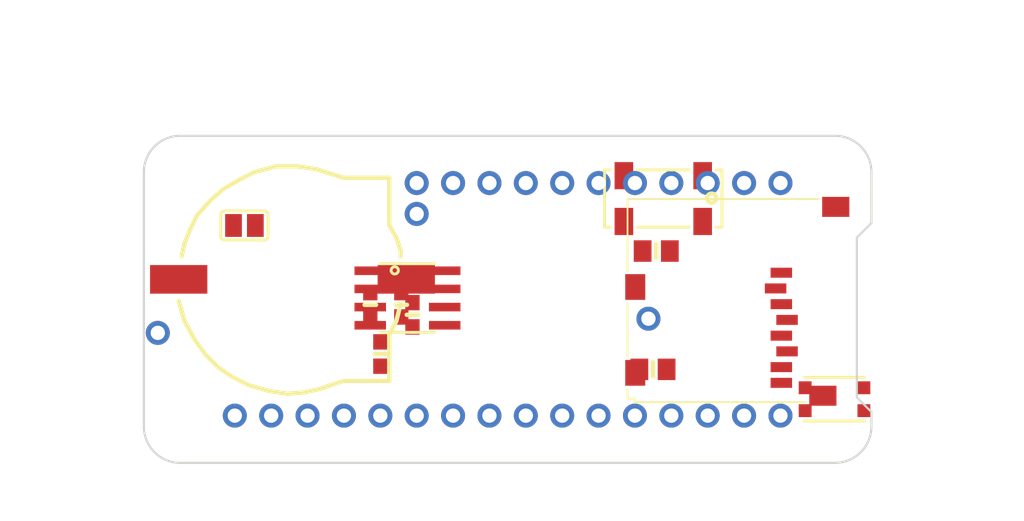
<source format=kicad_pcb>
 ( kicad_pcb  ( version 20171130 )
 ( host pcbnew "(5.1.4-0-10_14)" )
 ( general  ( thickness 1.6 )
 ( drawings 19 )
 ( tracks 0 )
 ( zones 0 )
 ( modules 18 )
 ( nets 35 )
)
 ( page A4 )
 ( layers  ( 0 Top signal )
 ( 31 Bottom signal )
 ( 32 B.Adhes user )
 ( 33 F.Adhes user )
 ( 34 B.Paste user )
 ( 35 F.Paste user )
 ( 36 B.SilkS user )
 ( 37 F.SilkS user )
 ( 38 B.Mask user )
 ( 39 F.Mask user )
 ( 40 Dwgs.User user )
 ( 41 Cmts.User user )
 ( 42 Eco1.User user )
 ( 43 Eco2.User user )
 ( 44 Edge.Cuts user )
 ( 45 Margin user )
 ( 46 B.CrtYd user hide )
 ( 47 F.CrtYd user )
 ( 48 B.Fab user )
 ( 49 F.Fab user )
)
 ( setup  ( last_trace_width 0.1524 )
 ( trace_clearance 0.1524 )
 ( zone_clearance 0.508 )
 ( zone_45_only no )
 ( trace_min 0.1524 )
 ( via_size 0.8001 )
 ( via_drill 0.4 )
 ( via_min_size 0.8001 )
 ( via_min_drill 0.3 )
 ( uvia_size 0.3 )
 ( uvia_drill 0.1 )
 ( uvias_allowed yes )
 ( uvia_min_size 0.2 )
 ( uvia_min_drill 0.1 )
 ( edge_width 0.05 )
 ( segment_width 0.2 )
 ( pcb_text_width 0.3 )
 ( pcb_text_size 1.5 1.5 )
 ( mod_edge_width 0.12 )
 ( mod_text_size 1 1 )
 ( mod_text_width 0.15 )
 ( pad_size 1.524 1.524 )
 ( pad_drill 0.762 )
 ( pad_to_mask_clearance 0.051 )
 ( solder_mask_min_width 0.25 )
 ( aux_axis_origin 0 0 )
 ( visible_elements FFFFEF7F )
 ( pcbplotparams  ( layerselection 0x010fc_ffffffff )
 ( usegerberextensions false )
 ( usegerberattributes false )
 ( usegerberadvancedattributes false )
 ( creategerberjobfile false )
 ( excludeedgelayer true )
 ( linewidth 0.100000 )
 ( plotframeref false )
 ( viasonmask false )
 ( mode 1 )
 ( useauxorigin false )
 ( hpglpennumber 1 )
 ( hpglpenspeed 20 )
 ( hpglpendiameter 15.000000 )
 ( psnegative false )
 ( psa4output false )
 ( plotreference true )
 ( plotvalue true )
 ( plotinvisibletext false )
 ( padsonsilk false )
 ( subtractmaskfromsilk false )
 ( outputformat 1 )
 ( mirror false )
 ( drillshape 1 )
 ( scaleselection 1 )
 ( outputdirectory "" )
)
)
 ( net 0 "" )
 ( net 1 G )
 ( net 2 TX )
 ( net 3 RX )
 ( net 4 F )
 ( net 5 E )
 ( net 6 D )
 ( net 7 C )
 ( net 8 B )
 ( net 9 A )
 ( net 10 AREF )
 ( net 11 USB )
 ( net 12 N )
 ( net 13 M )
 ( net 14 L )
 ( net 15 J )
 ( net 16 I )
 ( net 17 H )
 ( net 18 SCL )
 ( net 19 SDA )
 ( net 20 GND )
 ( net 21 MOSI )
 ( net 22 MISO )
 ( net 23 SCK )
 ( net 24 +3V3 )
 ( net 25 SD_CS )
 ( net 26 RESET )
 ( net 27 N$7 )
 ( net 28 N$8 )
 ( net 29 VBAT )
 ( net 30 EN )
 ( net 31 CR1220 )
 ( net 32 INT1 )
 ( net 33 CS )
 ( net 34 N$1 )
 ( net_class Default "This is the default net class."  ( clearance 0.1524 )
 ( trace_width 0.1524 )
 ( via_dia 0.8001 )
 ( via_drill 0.4 )
 ( uvia_dia 0.3 )
 ( uvia_drill 0.1 )
 ( add_net +3V3 )
 ( add_net A )
 ( add_net AREF )
 ( add_net B )
 ( add_net C )
 ( add_net CR1220 )
 ( add_net CS )
 ( add_net D )
 ( add_net E )
 ( add_net EN )
 ( add_net F )
 ( add_net G )
 ( add_net GND )
 ( add_net H )
 ( add_net I )
 ( add_net INT1 )
 ( add_net J )
 ( add_net L )
 ( add_net M )
 ( add_net MISO )
 ( add_net MOSI )
 ( add_net N )
 ( add_net N$1 )
 ( add_net N$7 )
 ( add_net N$8 )
 ( add_net RESET )
 ( add_net RX )
 ( add_net SCK )
 ( add_net SCL )
 ( add_net SDA )
 ( add_net SD_CS )
 ( add_net TX )
 ( add_net USB )
 ( add_net VBAT )
)
 ( module MICROSD locked  ( layer Top )
 ( tedit 5ECD63E1 )
 ( tstamp 5D7BF619 )
 ( at 167.132000 105.156000 90.000000 )
 ( descr "Courtesy: Adafruit Industries" )
 ( fp_text reference X4  ( at -5.805 -2.47 90 )
 ( layer F.SilkS )
hide  ( effects  ( font  ( size 0.77216 0.77216 )
 ( thickness 0.146304 )
)
 ( justify left bottom )
)
)
 ( fp_text value microsd  ( at -5.805 -1.327 90 )
 ( layer F.Fab )
hide  ( effects  ( font  ( size 0.38608 0.38608 )
 ( thickness 0.04064 )
)
 ( justify left bottom )
)
)
 ( fp_line  ( start 7.165 -10.26 )
 ( end 7.165 3.09 )
 ( layer F.SilkS )
 ( width 0.127 )
)
 ( fp_line  ( start 2.115 -10.26 )
 ( end 7.165 -10.26 )
 ( layer F.SilkS )
 ( width 0.127 )
)
 ( fp_line  ( start -3.835 -10.26 )
 ( end -0.135 -10.26 )
 ( layer F.SilkS )
 ( width 0.127 )
)
 ( fp_line  ( start -7.035 -9.76 )
 ( end -7.035 2.19 )
 ( layer F.SilkS )
 ( width 0.127 )
)
 ( fp_line  ( start -6.785 -9.76 )
 ( end -7.035 -9.76 )
 ( layer F.SilkS )
 ( width 0.127 )
)
 ( fp_line  ( start -6.785 -10.26 )
 ( end -6.785 -9.76 )
 ( layer F.SilkS )
 ( width 0.127 )
)
 ( fp_line  ( start -6.135 -10.26 )
 ( end -6.785 -10.26 )
 ( layer F.SilkS )
 ( width 0.127 )
)
 ( fp_line  ( start 4.305 9.36 )
 ( end 4.305 6.51 )
 ( layer F.Fab )
 ( width 0.1 )
)
 ( fp_arc  ( start 3.455 9.36 )
 ( end 3.455 10.21 )
 ( angle -90 )
 ( layer F.Fab )
 ( width 0.1 )
)
 ( fp_line  ( start -5.845 10.21 )
 ( end 3.455 10.21 )
 ( layer F.Fab )
 ( width 0.1 )
)
 ( fp_arc  ( start -5.845 9.36 )
 ( end -6.695 9.36 )
 ( angle -90 )
 ( layer F.Fab )
 ( width 0.1 )
)
 ( fp_line  ( start -6.695 6.56 )
 ( end -6.695 9.36 )
 ( layer F.Fab )
 ( width 0.1 )
)
 ( fp_arc  ( start 3.455 5.91 )
 ( end 3.455 6.76 )
 ( angle -90 )
 ( layer F.Fab )
 ( width 0.1 )
)
 ( fp_line  ( start -5.845 6.76 )
 ( end 3.455 6.76 )
 ( layer F.Fab )
 ( width 0.1 )
)
 ( fp_arc  ( start -5.845 5.91 )
 ( end -6.695 5.91 )
 ( angle -90 )
 ( layer F.Fab )
 ( width 0.1 )
)
 ( fp_line  ( start -6.695 5.76 )
 ( end -6.695 5.91 )
 ( layer F.Fab )
 ( width 0.1 )
)
 ( fp_line  ( start 4.305 5.26 )
 ( end 4.305 3.96 )
 ( layer F.Fab )
 ( width 0.1 )
)
 ( fp_arc  ( start 3.555 5.26 )
 ( end 3.555 6.01 )
 ( angle -90 )
 ( layer F.Fab )
 ( width 0.1 )
)
 ( fp_line  ( start -5.895 6.01 )
 ( end 3.555 6.01 )
 ( layer F.Fab )
 ( width 0.1 )
)
 ( fp_arc  ( start -5.895 5.26 )
 ( end -6.645 5.26 )
 ( angle -90 )
 ( layer F.Fab )
 ( width 0.1 )
)
 ( fp_line  ( start -6.645 3.96 )
 ( end -6.645 5.26 )
 ( layer F.Fab )
 ( width 0.1 )
)
 ( fp_line  ( start 2.205 1.01 )
 ( end 2.205 -0.34 )
 ( layer F.Fab )
 ( width 0.1 )
)
 ( fp_line  ( start 1.805 1.01 )
 ( end 2.205 1.01 )
 ( layer F.Fab )
 ( width 0.1 )
)
 ( fp_line  ( start 1.805 -0.39 )
 ( end 1.805 1.01 )
 ( layer F.Fab )
 ( width 0.1 )
)
 ( fp_line  ( start 1.105 0.66 )
 ( end 1.105 -0.39 )
 ( layer F.Fab )
 ( width 0.1 )
)
 ( fp_line  ( start 0.705 0.66 )
 ( end 1.105 0.66 )
 ( layer F.Fab )
 ( width 0.1 )
)
 ( fp_line  ( start 0.705 -0.39 )
 ( end 0.705 0.66 )
 ( layer F.Fab )
 ( width 0.1 )
)
 ( fp_line  ( start 0.005 1.06 )
 ( end 0.005 -0.34 )
 ( layer F.Fab )
 ( width 0.1 )
)
 ( fp_line  ( start -0.395 1.06 )
 ( end 0.005 1.06 )
 ( layer F.Fab )
 ( width 0.1 )
)
 ( fp_line  ( start -0.395 -0.39 )
 ( end -0.395 1.06 )
 ( layer F.Fab )
 ( width 0.1 )
)
 ( fp_line  ( start -1.095 1.21 )
 ( end -1.445 1.21 )
 ( layer F.Fab )
 ( width 0.1 )
)
 ( fp_line  ( start -1.095 -0.24 )
 ( end -1.095 1.21 )
 ( layer F.Fab )
 ( width 0.1 )
)
 ( fp_line  ( start -0.745 -0.24 )
 ( end -0.745 -0.39 )
 ( layer F.Fab )
 ( width 0.1 )
)
 ( fp_line  ( start -1.095 -0.24 )
 ( end -0.745 -0.24 )
 ( layer F.Fab )
 ( width 0.1 )
)
 ( fp_line  ( start -1.495 -0.24 )
 ( end -1.095 -0.24 )
 ( layer F.Fab )
 ( width 0.1 )
)
 ( fp_line  ( start -2.195 1.06 )
 ( end -2.195 -0.24 )
 ( layer F.Fab )
 ( width 0.1 )
)
 ( fp_line  ( start -2.595 1.06 )
 ( end -2.195 1.06 )
 ( layer F.Fab )
 ( width 0.1 )
)
 ( fp_line  ( start -2.595 -0.39 )
 ( end -2.595 1.06 )
 ( layer F.Fab )
 ( width 0.1 )
)
 ( fp_line  ( start -3.245 1.26 )
 ( end -3.245 -0.19 )
 ( layer F.Fab )
 ( width 0.1 )
)
 ( fp_line  ( start -3.695 1.26 )
 ( end -3.245 1.26 )
 ( layer F.Fab )
 ( width 0.1 )
)
 ( fp_line  ( start -3.695 -0.19 )
 ( end -3.695 1.26 )
 ( layer F.Fab )
 ( width 0.1 )
)
 ( fp_line  ( start -2.945 -0.19 )
 ( end -2.945 -0.39 )
 ( layer F.Fab )
 ( width 0.1 )
)
 ( fp_line  ( start -3.245 -0.19 )
 ( end -2.945 -0.19 )
 ( layer F.Fab )
 ( width 0.1 )
)
 ( fp_line  ( start -3.695 -0.19 )
 ( end -3.245 -0.19 )
 ( layer F.Fab )
 ( width 0.1 )
)
 ( fp_line  ( start -4.045 -0.19 )
 ( end -3.695 -0.19 )
 ( layer F.Fab )
 ( width 0.1 )
)
 ( fp_line  ( start -4.045 -0.39 )
 ( end -4.045 -0.19 )
 ( layer F.Fab )
 ( width 0.1 )
)
 ( fp_line  ( start -4.395 1.01 )
 ( end -4.395 -0.39 )
 ( layer F.Fab )
 ( width 0.1 )
)
 ( fp_line  ( start -4.795 1.01 )
 ( end -4.395 1.01 )
 ( layer F.Fab )
 ( width 0.1 )
)
 ( fp_line  ( start -4.795 -0.39 )
 ( end -4.795 1.01 )
 ( layer F.Fab )
 ( width 0.1 )
)
 ( fp_line  ( start -5.495 1.01 )
 ( end -5.495 -0.39 )
 ( layer F.Fab )
 ( width 0.1 )
)
 ( fp_line  ( start -5.895 1.01 )
 ( end -5.495 1.01 )
 ( layer F.Fab )
 ( width 0.1 )
)
 ( fp_line  ( start -5.895 -0.34 )
 ( end -5.895 1.01 )
 ( layer F.Fab )
 ( width 0.1 )
)
 ( fp_line  ( start 1.405 -9.39 )
 ( end 1.405 -9.99 )
 ( layer F.Fab )
 ( width 0.1 )
)
 ( fp_line  ( start 1.305 -9.39 )
 ( end 1.405 -9.39 )
 ( layer F.Fab )
 ( width 0.1 )
)
 ( fp_line  ( start 0.205 -9.39 )
 ( end 0.205 -9.99 )
 ( layer F.Fab )
 ( width 0.1 )
)
 ( fp_line  ( start 0.405 -9.39 )
 ( end 0.205 -9.39 )
 ( layer F.Fab )
 ( width 0.1 )
)
 ( fp_line  ( start 1.305 -9.24 )
 ( end 1.555 -9.24 )
 ( layer F.Fab )
 ( width 0.1 )
)
 ( fp_line  ( start 0.405 -9.24 )
 ( end 0.105 -9.24 )
 ( layer F.Fab )
 ( width 0.1 )
)
 ( fp_line  ( start 0.155 -4.24 )
 ( end 1.455 -4.24 )
 ( layer F.Fab )
 ( width 0.1 )
)
 ( fp_line  ( start 0.405 -9.69 )
 ( end 0.155 -4.24 )
 ( layer F.Fab )
 ( width 0.1 )
)
 ( fp_line  ( start 0.405 -9.74 )
 ( end 0.405 -9.69 )
 ( layer F.Fab )
 ( width 0.1 )
)
 ( fp_arc  ( start 0.555 -9.69 )
 ( end 0.605 -9.84 )
 ( angle -90 )
 ( layer F.Fab )
 ( width 0.1 )
)
 ( fp_line  ( start 0.605 -8.89 )
 ( end 0.605 -9.84 )
 ( layer F.Fab )
 ( width 0.1 )
)
 ( fp_arc  ( start 0.855 -8.89 )
 ( end 0.855 -8.64 )
 ( angle 90 )
 ( layer F.Fab )
 ( width 0.1 )
)
 ( fp_line  ( start 0.805 -8.64 )
 ( end 0.855 -8.64 )
 ( layer F.Fab )
 ( width 0.1 )
)
 ( fp_arc  ( start 0.805 -8.89 )
 ( end 1.055 -8.89 )
 ( angle 90 )
 ( layer F.Fab )
 ( width 0.1 )
)
 ( fp_line  ( start 1.055 -9.84 )
 ( end 1.055 -8.89 )
 ( layer F.Fab )
 ( width 0.1 )
)
 ( fp_arc  ( start 1.055 -9.64 )
 ( end 1.255 -9.64 )
 ( angle -90 )
 ( layer F.Fab )
 ( width 0.1 )
)
 ( fp_line  ( start 1.255 -9.59 )
 ( end 1.255 -9.64 )
 ( layer F.Fab )
 ( width 0.1 )
)
 ( fp_line  ( start 1.455 -4.24 )
 ( end 1.255 -9.59 )
 ( layer F.Fab )
 ( width 0.1 )
)
 ( fp_arc  ( start 1.605 -4.24 )
 ( end 1.605 -4.09 )
 ( angle 90 )
 ( layer F.Fab )
 ( width 0.1 )
)
 ( fp_arc  ( start 1.605 -4.24 )
 ( end 1.755 -4.24 )
 ( angle 90 )
 ( layer F.Fab )
 ( width 0.1 )
)
 ( fp_line  ( start 1.755 -4.29 )
 ( end 1.755 -4.24 )
 ( layer F.Fab )
 ( width 0.1 )
)
 ( fp_line  ( start 1.505 -10.19 )
 ( end 1.755 -4.29 )
 ( layer F.Fab )
 ( width 0.1 )
)
 ( fp_line  ( start 0.155 -10.04 )
 ( end 1.505 -10.04 )
 ( layer F.Fab )
 ( width 0.1 )
)
 ( fp_line  ( start -0.145 -4.24 )
 ( end 0.105 -10.19 )
 ( layer F.Fab )
 ( width 0.1 )
)
 ( fp_arc  ( start 0.005 -4.24 )
 ( end 0.005 -4.09 )
 ( angle 90 )
 ( layer F.Fab )
 ( width 0.1 )
)
 ( fp_arc  ( start 0.005 -4.24 )
 ( end 0.155 -4.24 )
 ( angle 90 )
 ( layer F.Fab )
 ( width 0.1 )
)
 ( fp_line  ( start -4.295 -9.39 )
 ( end -4.295 -9.99 )
 ( layer F.Fab )
 ( width 0.1 )
)
 ( fp_line  ( start -4.395 -9.39 )
 ( end -4.295 -9.39 )
 ( layer F.Fab )
 ( width 0.1 )
)
 ( fp_line  ( start -5.495 -9.39 )
 ( end -5.495 -9.99 )
 ( layer F.Fab )
 ( width 0.1 )
)
 ( fp_line  ( start -5.295 -9.39 )
 ( end -5.495 -9.39 )
 ( layer F.Fab )
 ( width 0.1 )
)
 ( fp_line  ( start -4.395 -9.24 )
 ( end -4.145 -9.24 )
 ( layer F.Fab )
 ( width 0.1 )
)
 ( fp_line  ( start -5.295 -9.24 )
 ( end -5.595 -9.24 )
 ( layer F.Fab )
 ( width 0.1 )
)
 ( fp_line  ( start -5.545 -4.24 )
 ( end -4.245 -4.24 )
 ( layer F.Fab )
 ( width 0.1 )
)
 ( fp_line  ( start -5.295 -9.69 )
 ( end -5.545 -4.24 )
 ( layer F.Fab )
 ( width 0.1 )
)
 ( fp_line  ( start -5.295 -9.74 )
 ( end -5.295 -9.69 )
 ( layer F.Fab )
 ( width 0.1 )
)
 ( fp_arc  ( start -5.145 -9.69 )
 ( end -5.095 -9.84 )
 ( angle -90 )
 ( layer F.Fab )
 ( width 0.1 )
)
 ( fp_line  ( start -5.095 -8.89 )
 ( end -5.095 -9.84 )
 ( layer F.Fab )
 ( width 0.1 )
)
 ( fp_arc  ( start -4.845 -8.89 )
 ( end -4.845 -8.64 )
 ( angle 90 )
 ( layer F.Fab )
 ( width 0.1 )
)
 ( fp_line  ( start -4.895 -8.64 )
 ( end -4.845 -8.64 )
 ( layer F.Fab )
 ( width 0.1 )
)
 ( fp_arc  ( start -4.895 -8.89 )
 ( end -4.645 -8.89 )
 ( angle 90 )
 ( layer F.Fab )
 ( width 0.1 )
)
 ( fp_line  ( start -4.645 -9.84 )
 ( end -4.645 -8.89 )
 ( layer F.Fab )
 ( width 0.1 )
)
 ( fp_arc  ( start -4.645 -9.64 )
 ( end -4.445 -9.64 )
 ( angle -90 )
 ( layer F.Fab )
 ( width 0.1 )
)
 ( fp_line  ( start -4.445 -9.59 )
 ( end -4.445 -9.64 )
 ( layer F.Fab )
 ( width 0.1 )
)
 ( fp_line  ( start -4.245 -4.24 )
 ( end -4.445 -9.59 )
 ( layer F.Fab )
 ( width 0.1 )
)
 ( fp_arc  ( start -4.095 -4.24 )
 ( end -4.095 -4.09 )
 ( angle 90 )
 ( layer F.Fab )
 ( width 0.1 )
)
 ( fp_arc  ( start -4.095 -4.24 )
 ( end -3.945 -4.24 )
 ( angle 90 )
 ( layer F.Fab )
 ( width 0.1 )
)
 ( fp_line  ( start -3.945 -4.29 )
 ( end -3.945 -4.24 )
 ( layer F.Fab )
 ( width 0.1 )
)
 ( fp_line  ( start -4.195 -10.19 )
 ( end -3.945 -4.29 )
 ( layer F.Fab )
 ( width 0.1 )
)
 ( fp_line  ( start -5.545 -10.04 )
 ( end -4.195 -10.04 )
 ( layer F.Fab )
 ( width 0.1 )
)
 ( fp_line  ( start -5.845 -4.24 )
 ( end -5.595 -10.19 )
 ( layer F.Fab )
 ( width 0.1 )
)
 ( fp_arc  ( start -5.695 -4.24 )
 ( end -5.695 -4.09 )
 ( angle 90 )
 ( layer F.Fab )
 ( width 0.1 )
)
 ( fp_arc  ( start -5.695 -4.24 )
 ( end -5.545 -4.24 )
 ( angle 90 )
 ( layer F.Fab )
 ( width 0.1 )
)
 ( fp_line  ( start 3.005 -3.79 )
 ( end 3.005 -6.29 )
 ( layer F.Fab )
 ( width 0.1 )
)
 ( fp_arc  ( start 3.205 -3.79 )
 ( end 3.205 -3.59 )
 ( angle 90 )
 ( layer F.Fab )
 ( width 0.1 )
)
 ( fp_line  ( start 3.255 -3.59 )
 ( end 3.205 -3.59 )
 ( layer F.Fab )
 ( width 0.1 )
)
 ( fp_arc  ( start 3.255 -3.84 )
 ( end 3.505 -3.84 )
 ( angle 90 )
 ( layer F.Fab )
 ( width 0.1 )
)
 ( fp_line  ( start 3.505 -6.29 )
 ( end 3.505 -3.84 )
 ( layer F.Fab )
 ( width 0.1 )
)
 ( fp_arc  ( start 3.305 -6.29 )
 ( end 3.305 -6.49 )
 ( angle 90 )
 ( layer F.Fab )
 ( width 0.1 )
)
 ( fp_line  ( start 3.205 -6.49 )
 ( end 3.305 -6.49 )
 ( layer F.Fab )
 ( width 0.1 )
)
 ( fp_arc  ( start 3.205 -6.29 )
 ( end 3.005 -6.29 )
 ( angle 90 )
 ( layer F.Fab )
 ( width 0.1 )
)
 ( fp_arc  ( start -5.695 -0.04 )
 ( end -6.045 -0.04 )
 ( angle 90 )
 ( layer F.Fab )
 ( width 0.1 )
)
 ( fp_line  ( start -6.045 1.06 )
 ( end -6.045 -0.04 )
 ( layer F.Fab )
 ( width 0.1 )
)
 ( fp_arc  ( start -5.695 1.06 )
 ( end -5.695 1.41 )
 ( angle 90 )
 ( layer F.Fab )
 ( width 0.1 )
)
 ( fp_line  ( start -2.495 1.41 )
 ( end -5.695 1.41 )
 ( layer F.Fab )
 ( width 0.1 )
)
 ( fp_arc  ( start -2.495 1.06 )
 ( end -2.145 1.06 )
 ( angle 90 )
 ( layer F.Fab )
 ( width 0.1 )
)
 ( fp_line  ( start -2.145 -0.14 )
 ( end -2.145 1.06 )
 ( layer F.Fab )
 ( width 0.1 )
)
 ( fp_arc  ( start -2.395 -0.14 )
 ( end -2.395 -0.39 )
 ( angle 90 )
 ( layer F.Fab )
 ( width 0.1 )
)
 ( fp_line  ( start -2.595 -0.39 )
 ( end -2.395 -0.39 )
 ( layer F.Fab )
 ( width 0.1 )
)
 ( fp_line  ( start -2.945 -0.39 )
 ( end -2.595 -0.39 )
 ( layer F.Fab )
 ( width 0.1 )
)
 ( fp_line  ( start -4.045 -0.39 )
 ( end -2.945 -0.39 )
 ( layer F.Fab )
 ( width 0.1 )
)
 ( fp_line  ( start -4.395 -0.39 )
 ( end -4.045 -0.39 )
 ( layer F.Fab )
 ( width 0.1 )
)
 ( fp_line  ( start -4.795 -0.39 )
 ( end -4.395 -0.39 )
 ( layer F.Fab )
 ( width 0.1 )
)
 ( fp_line  ( start -5.495 -0.39 )
 ( end -4.795 -0.39 )
 ( layer F.Fab )
 ( width 0.1 )
)
 ( fp_line  ( start -5.695 -0.39 )
 ( end -5.495 -0.39 )
 ( layer F.Fab )
 ( width 0.1 )
)
 ( fp_arc  ( start -1.245 -0.09 )
 ( end -1.545 -0.09 )
 ( angle 90 )
 ( layer F.Fab )
 ( width 0.1 )
)
 ( fp_line  ( start -1.545 1.06 )
 ( end -1.545 -0.09 )
 ( layer F.Fab )
 ( width 0.1 )
)
 ( fp_arc  ( start -1.195 1.06 )
 ( end -1.195 1.41 )
 ( angle 90 )
 ( layer F.Fab )
 ( width 0.1 )
)
 ( fp_line  ( start 2.005 1.41 )
 ( end -1.195 1.41 )
 ( layer F.Fab )
 ( width 0.1 )
)
 ( fp_arc  ( start 2.005 1.06 )
 ( end 2.355 1.06 )
 ( angle 90 )
 ( layer F.Fab )
 ( width 0.1 )
)
 ( fp_line  ( start 2.355 -0.09 )
 ( end 2.355 1.06 )
 ( layer F.Fab )
 ( width 0.1 )
)
 ( fp_arc  ( start 2.055 -0.09 )
 ( end 2.055 -0.39 )
 ( angle 90 )
 ( layer F.Fab )
 ( width 0.1 )
)
 ( fp_line  ( start 1.805 -0.39 )
 ( end 2.055 -0.39 )
 ( layer F.Fab )
 ( width 0.1 )
)
 ( fp_line  ( start 1.105 -0.39 )
 ( end 1.805 -0.39 )
 ( layer F.Fab )
 ( width 0.1 )
)
 ( fp_line  ( start 0.705 -0.39 )
 ( end 1.105 -0.39 )
 ( layer F.Fab )
 ( width 0.1 )
)
 ( fp_line  ( start -0.395 -0.39 )
 ( end 0.705 -0.39 )
 ( layer F.Fab )
 ( width 0.1 )
)
 ( fp_line  ( start -0.745 -0.39 )
 ( end -0.395 -0.39 )
 ( layer F.Fab )
 ( width 0.1 )
)
 ( fp_line  ( start -1.245 -0.39 )
 ( end -0.745 -0.39 )
 ( layer F.Fab )
 ( width 0.1 )
)
 ( fp_line  ( start 4.955 -3.69 )
 ( end 7.055 -3.69 )
 ( layer F.Fab )
 ( width 0.1 )
)
 ( fp_arc  ( start 4.955 -3.34 )
 ( end 4.605 -3.34 )
 ( angle 90 )
 ( layer F.Fab )
 ( width 0.1 )
)
 ( fp_line  ( start 4.605 -2.04 )
 ( end 4.605 -3.34 )
 ( layer F.Fab )
 ( width 0.1 )
)
 ( fp_arc  ( start 4.655 -2.04 )
 ( end 4.655 -1.99 )
 ( angle 90 )
 ( layer F.Fab )
 ( width 0.1 )
)
 ( fp_line  ( start 4.855 -1.79 )
 ( end 4.655 -1.99 )
 ( layer F.Fab )
 ( width 0.1 )
)
 ( fp_line  ( start 4.855 2.16 )
 ( end 4.855 -1.79 )
 ( layer F.Fab )
 ( width 0.1 )
)
 ( fp_arc  ( start 5.055 2.16 )
 ( end 5.055 2.36 )
 ( angle 90 )
 ( layer F.Fab )
 ( width 0.1 )
)
 ( fp_line  ( start 5.105 2.36 )
 ( end 5.055 2.36 )
 ( layer F.Fab )
 ( width 0.1 )
)
 ( fp_arc  ( start 5.105 2.16 )
 ( end 5.305 2.16 )
 ( angle 90 )
 ( layer F.Fab )
 ( width 0.1 )
)
 ( fp_line  ( start 5.455 -1.99 )
 ( end 5.305 2.16 )
 ( layer F.Fab )
 ( width 0.1 )
)
 ( fp_arc  ( start 5.255 -1.99 )
 ( end 5.255 -2.19 )
 ( angle 90 )
 ( layer F.Fab )
 ( width 0.1 )
)
 ( fp_line  ( start 5.205 -2.19 )
 ( end 5.255 -2.19 )
 ( layer F.Fab )
 ( width 0.1 )
)
 ( fp_arc  ( start 5.205 -2.34 )
 ( end 5.055 -2.34 )
 ( angle -90 )
 ( layer F.Fab )
 ( width 0.1 )
)
 ( fp_line  ( start 5.055 -3.14 )
 ( end 5.055 -2.34 )
 ( layer F.Fab )
 ( width 0.1 )
)
 ( fp_arc  ( start 5.205 -3.14 )
 ( end 5.205 -3.29 )
 ( angle -90 )
 ( layer F.Fab )
 ( width 0.1 )
)
 ( fp_line  ( start 6.255 -3.29 )
 ( end 5.205 -3.29 )
 ( layer F.Fab )
 ( width 0.1 )
)
 ( fp_arc  ( start 6.255 -3.14 )
 ( end 6.405 -3.14 )
 ( angle -90 )
 ( layer F.Fab )
 ( width 0.1 )
)
 ( fp_line  ( start 6.405 -2.44 )
 ( end 6.405 -3.14 )
 ( layer F.Fab )
 ( width 0.1 )
)
 ( fp_arc  ( start 6.155 -2.44 )
 ( end 6.155 -2.19 )
 ( angle -90 )
 ( layer F.Fab )
 ( width 0.1 )
)
 ( fp_arc  ( start 6.155 -2.04 )
 ( end 6.005 -2.04 )
 ( angle 90 )
 ( layer F.Fab )
 ( width 0.1 )
)
 ( fp_line  ( start 6.105 2.16 )
 ( end 6.005 -2.04 )
 ( layer F.Fab )
 ( width 0.1 )
)
 ( fp_arc  ( start 6.305 2.16 )
 ( end 6.305 2.36 )
 ( angle 90 )
 ( layer F.Fab )
 ( width 0.1 )
)
 ( fp_line  ( start 7.055 2.36 )
 ( end 6.305 2.36 )
 ( layer F.Fab )
 ( width 0.1 )
)
 ( fp_arc  ( start 6.755 3.86 )
 ( end 6.955 3.86 )
 ( angle -90 )
 ( layer F.Fab )
 ( width 0.1 )
)
 ( fp_arc  ( start 6.805 3.86 )
 ( end 6.805 4.01 )
 ( angle -90 )
 ( layer F.Fab )
 ( width 0.1 )
)
 ( fp_line  ( start 6.755 4.01 )
 ( end 6.805 4.01 )
 ( layer F.Fab )
 ( width 0.1 )
)
 ( fp_arc  ( start 6.755 4.16 )
 ( end 6.605 4.16 )
 ( angle 90 )
 ( layer F.Fab )
 ( width 0.1 )
)
 ( fp_line  ( start 6.605 4.46 )
 ( end 6.605 4.16 )
 ( layer F.Fab )
 ( width 0.1 )
)
 ( fp_arc  ( start 6.755 4.46 )
 ( end 6.755 4.61 )
 ( angle 90 )
 ( layer F.Fab )
 ( width 0.1 )
)
 ( fp_line  ( start 6.805 4.61 )
 ( end 6.755 4.61 )
 ( layer F.Fab )
 ( width 0.1 )
)
 ( fp_arc  ( start 6.805 4.76 )
 ( end 6.955 4.76 )
 ( angle -90 )
 ( layer F.Fab )
 ( width 0.1 )
)
 ( fp_line  ( start 6.955 4.86 )
 ( end 6.955 4.76 )
 ( layer F.Fab )
 ( width 0.1 )
)
 ( fp_line  ( start 6.355 3.66 )
 ( end 6.355 4.96 )
 ( layer F.Fab )
 ( width 0.1 )
)
 ( fp_line  ( start 6.655 3.51 )
 ( end 6.655 3.31 )
 ( layer F.Fab )
 ( width 0.1 )
)
 ( fp_line  ( start 6.655 3.51 )
 ( end 6.805 3.51 )
 ( layer F.Fab )
 ( width 0.1 )
)
 ( fp_line  ( start 6.005 3.51 )
 ( end 6.655 3.51 )
 ( layer F.Fab )
 ( width 0.1 )
)
 ( fp_line  ( start 6.805 3.31 )
 ( end 6.805 3.51 )
 ( layer F.Fab )
 ( width 0.1 )
)
 ( fp_line  ( start 4.355 4.36 )
 ( end 3.855 3.81 )
 ( layer F.Fab )
 ( width 0.1 )
)
 ( fp_line  ( start 4.555 4.36 )
 ( end 4.355 4.36 )
 ( layer F.Fab )
 ( width 0.1 )
)
 ( fp_arc  ( start 4.505 4.76 )
 ( end 4.355 4.76 )
 ( angle 90 )
 ( layer F.Fab )
 ( width 0.1 )
)
 ( fp_line  ( start 4.505 4.91 )
 ( end 4.355 4.76 )
 ( layer F.Fab )
 ( width 0.1 )
)
 ( fp_line  ( start 3.505 4.76 )
 ( end 4.355 4.76 )
 ( layer F.Fab )
 ( width 0.1 )
)
 ( fp_line  ( start 4.005 4.56 )
 ( end 3.505 4.56 )
 ( layer F.Fab )
 ( width 0.1 )
)
 ( fp_line  ( start 4.005 4.56 )
 ( end 4.505 4.56 )
 ( layer F.Fab )
 ( width 0.1 )
)
 ( fp_line  ( start 3.505 4.06 )
 ( end 4.005 4.56 )
 ( layer F.Fab )
 ( width 0.1 )
)
 ( fp_line  ( start 3.505 3.71 )
 ( end 3.505 4.06 )
 ( layer F.Fab )
 ( width 0.1 )
)
 ( fp_line  ( start 3.505 4.36 )
 ( end 3.755 4.36 )
 ( layer F.Fab )
 ( width 0.1 )
)
 ( fp_line  ( start 3.505 4.56 )
 ( end 3.505 4.36 )
 ( layer F.Fab )
 ( width 0.1 )
)
 ( fp_line  ( start 3.505 4.76 )
 ( end 3.505 4.56 )
 ( layer F.Fab )
 ( width 0.1 )
)
 ( fp_line  ( start 3.505 4.96 )
 ( end 3.505 4.76 )
 ( layer F.Fab )
 ( width 0.1 )
)
 ( fp_line  ( start 2.555 4.96 )
 ( end 2.555 3.46 )
 ( layer F.Fab )
 ( width 0.1 )
)
 ( fp_line  ( start 3.505 4.96 )
 ( end 2.555 4.96 )
 ( layer F.Fab )
 ( width 0.1 )
)
 ( fp_line  ( start 4.805 4.96 )
 ( end 3.505 4.96 )
 ( layer F.Fab )
 ( width 0.1 )
)
 ( fp_line  ( start 7.055 -7.84 )
 ( end 7.055 -10.19 )
 ( layer F.Fab )
 ( width 0.1 )
)
 ( fp_line  ( start 7.105 -7.84 )
 ( end 7.055 -7.84 )
 ( layer F.Fab )
 ( width 0.1 )
)
 ( fp_line  ( start 7.105 -6.79 )
 ( end 7.105 -7.84 )
 ( layer F.Fab )
 ( width 0.1 )
)
 ( fp_line  ( start 7.055 -6.79 )
 ( end 7.105 -6.79 )
 ( layer F.Fab )
 ( width 0.1 )
)
 ( fp_line  ( start 7.055 -3.69 )
 ( end 7.055 -6.79 )
 ( layer F.Fab )
 ( width 0.1 )
)
 ( fp_line  ( start 7.055 -2.64 )
 ( end 7.055 -3.69 )
 ( layer F.Fab )
 ( width 0.1 )
)
 ( fp_line  ( start 7.105 -2.64 )
 ( end 7.055 -2.64 )
 ( layer F.Fab )
 ( width 0.1 )
)
 ( fp_line  ( start 7.105 -1.59 )
 ( end 7.105 -2.64 )
 ( layer F.Fab )
 ( width 0.1 )
)
 ( fp_line  ( start 7.055 -1.59 )
 ( end 7.105 -1.59 )
 ( layer F.Fab )
 ( width 0.1 )
)
 ( fp_line  ( start 7.055 1.36 )
 ( end 7.055 -1.59 )
 ( layer F.Fab )
 ( width 0.1 )
)
 ( fp_line  ( start 7.105 1.36 )
 ( end 7.055 1.36 )
 ( layer F.Fab )
 ( width 0.1 )
)
 ( fp_line  ( start 7.105 2.36 )
 ( end 7.105 1.36 )
 ( layer F.Fab )
 ( width 0.1 )
)
 ( fp_line  ( start 7.055 2.36 )
 ( end 7.105 2.36 )
 ( layer F.Fab )
 ( width 0.1 )
)
 ( fp_line  ( start 7.055 3.26 )
 ( end 7.055 2.36 )
 ( layer F.Fab )
 ( width 0.1 )
)
 ( fp_line  ( start 6.155 3.26 )
 ( end 7.055 3.26 )
 ( layer F.Fab )
 ( width 0.1 )
)
 ( fp_arc  ( start 6.155 3.46 )
 ( end 5.955 3.46 )
 ( angle 90 )
 ( layer F.Fab )
 ( width 0.1 )
)
 ( fp_arc  ( start 6.155 3.46 )
 ( end 6.155 3.66 )
 ( angle 90 )
 ( layer F.Fab )
 ( width 0.1 )
)
 ( fp_line  ( start 6.355 3.66 )
 ( end 6.155 3.66 )
 ( layer F.Fab )
 ( width 0.1 )
)
 ( fp_line  ( start 6.755 3.66 )
 ( end 6.355 3.66 )
 ( layer F.Fab )
 ( width 0.1 )
)
 ( fp_arc  ( start 6.755 3.91 )
 ( end 7.005 3.91 )
 ( angle -90 )
 ( layer F.Fab )
 ( width 0.1 )
)
 ( fp_line  ( start 7.005 4.71 )
 ( end 7.005 3.91 )
 ( layer F.Fab )
 ( width 0.1 )
)
 ( fp_arc  ( start 6.755 4.71 )
 ( end 6.955 4.86 )
 ( angle -36.869898 )
 ( layer F.Fab )
 ( width 0.1 )
)
 ( fp_arc  ( start 6.754999 4.709999 )
 ( end 6.755 4.96 )
 ( angle -53.130102 )
 ( layer F.Fab )
 ( width 0.1 )
)
 ( fp_line  ( start 6.355 4.96 )
 ( end 6.755 4.96 )
 ( layer F.Fab )
 ( width 0.1 )
)
 ( fp_line  ( start 4.805 4.96 )
 ( end 6.355 4.96 )
 ( layer F.Fab )
 ( width 0.1 )
)
 ( fp_arc  ( start 4.805 4.71 )
 ( end 4.555 4.71 )
 ( angle -90 )
 ( layer F.Fab )
 ( width 0.1 )
)
 ( fp_line  ( start 4.555 4.36 )
 ( end 4.555 4.71 )
 ( layer F.Fab )
 ( width 0.1 )
)
 ( fp_line  ( start 4.555 4.11 )
 ( end 4.555 4.36 )
 ( layer F.Fab )
 ( width 0.1 )
)
 ( fp_arc  ( start 4.455 4.11 )
 ( end 4.455 4.01 )
 ( angle 90 )
 ( layer F.Fab )
 ( width 0.1 )
)
 ( fp_arc  ( start -1.245 19.670621 )
 ( end -6.945 4.01 )
 ( angle 40 )
 ( layer F.Fab )
 ( width 0.1 )
)
 ( fp_line  ( start -6.945 -0.74 )
 ( end -6.945 4.01 )
 ( layer F.Fab )
 ( width 0.1 )
)
 ( fp_line  ( start -6.995 -0.74 )
 ( end -6.945 -0.74 )
 ( layer F.Fab )
 ( width 0.1 )
)
 ( fp_line  ( start -6.995 -2.04 )
 ( end -6.995 -0.74 )
 ( layer F.Fab )
 ( width 0.1 )
)
 ( fp_line  ( start -6.945 -2.04 )
 ( end -6.995 -2.04 )
 ( layer F.Fab )
 ( width 0.1 )
)
 ( fp_line  ( start -6.945 -7.09 )
 ( end -6.945 -2.04 )
 ( layer F.Fab )
 ( width 0.1 )
)
 ( fp_line  ( start -6.995 -7.09 )
 ( end -6.945 -7.09 )
 ( layer F.Fab )
 ( width 0.1 )
)
 ( fp_line  ( start -6.995 -8.44 )
 ( end -6.995 -7.09 )
 ( layer F.Fab )
 ( width 0.1 )
)
 ( fp_line  ( start -6.945 -8.44 )
 ( end -6.995 -8.44 )
 ( layer F.Fab )
 ( width 0.1 )
)
 ( fp_line  ( start -6.945 -9.69 )
 ( end -6.945 -8.44 )
 ( layer F.Fab )
 ( width 0.1 )
)
 ( fp_line  ( start -6.695 -9.69 )
 ( end -6.945 -9.69 )
 ( layer F.Fab )
 ( width 0.1 )
)
 ( fp_line  ( start -6.695 -10.19 )
 ( end -6.695 -9.69 )
 ( layer F.Fab )
 ( width 0.1 )
)
 ( fp_line  ( start -5.595 -10.19 )
 ( end -6.695 -10.19 )
 ( layer F.Fab )
 ( width 0.1 )
)
 ( fp_line  ( start -4.195 -10.19 )
 ( end -5.595 -10.19 )
 ( layer F.Fab )
 ( width 0.1 )
)
 ( fp_line  ( start 3.405 -10.19 )
 ( end -4.195 -10.19 )
 ( layer F.Fab )
 ( width 0.1 )
)
 ( fp_line  ( start 3.405 -9.89 )
 ( end 3.405 -10.19 )
 ( layer F.Fab )
 ( width 0.1 )
)
 ( fp_arc  ( start 3.605 -9.89 )
 ( end 3.605 -9.69 )
 ( angle 90 )
 ( layer F.Fab )
 ( width 0.1 )
)
 ( fp_arc  ( start 3.605 -9.89 )
 ( end 3.805 -9.89 )
 ( angle 90 )
 ( layer F.Fab )
 ( width 0.1 )
)
 ( fp_line  ( start 3.805 -10.19 )
 ( end 3.805 -9.89 )
 ( layer F.Fab )
 ( width 0.1 )
)
 ( fp_line  ( start 6.005 -10.19 )
 ( end 3.805 -10.19 )
 ( layer F.Fab )
 ( width 0.1 )
)
 ( fp_line  ( start 6.005 -9.89 )
 ( end 6.005 -10.19 )
 ( layer F.Fab )
 ( width 0.1 )
)
 ( fp_arc  ( start 6.205 -9.89 )
 ( end 6.205 -9.69 )
 ( angle 90 )
 ( layer F.Fab )
 ( width 0.1 )
)
 ( fp_arc  ( start 6.205 -9.89 )
 ( end 6.405 -9.89 )
 ( angle 90 )
 ( layer F.Fab )
 ( width 0.1 )
)
 ( fp_line  ( start 6.405 -10.19 )
 ( end 6.405 -9.89 )
 ( layer F.Fab )
 ( width 0.1 )
)
 ( fp_line  ( start 7.055 -10.19 )
 ( end 6.405 -10.19 )
 ( layer F.Fab )
 ( width 0.1 )
)
 ( fp_poly  ( pts  ( xy 7.165 -10.26 )
 ( xy 7.215 5.04 )
 ( xy 4.615 5.04 )
 ( xy 4.615 11.24 )
 ( xy -6.86 11.19 )
 ( xy -6.91 -9.81 )
 ( xy -6.785 -9.76 )
 ( xy -6.785 -10.26 )
)
 ( layer F.CrtYd )
 ( width 0.1 )
)
 ( pad 1 smd rect  ( at 2.015 0.48 90.000000 )
 ( size 0.7 1.5 )
 ( layers Top F.Mask F.Paste )
 ( solder_mask_margin 0.0508 )
)
 ( pad 2 smd rect  ( at 0.915 0.08 90.000000 )
 ( size 0.7 1.5 )
 ( layers Top F.Mask F.Paste )
 ( net 25 SD_CS )
 ( solder_mask_margin 0.0508 )
)
 ( pad 3 smd rect  ( at -0.185 0.48 90.000000 )
 ( size 0.7 1.5 )
 ( layers Top F.Mask F.Paste )
 ( net 21 MOSI )
 ( solder_mask_margin 0.0508 )
)
 ( pad 4 smd rect  ( at -1.285 0.88 90.000000 )
 ( size 0.7 1.5 )
 ( layers Top F.Mask F.Paste )
 ( net 24 +3V3 )
 ( solder_mask_margin 0.0508 )
)
 ( pad 5 smd rect  ( at -2.385 0.48 90.000000 )
 ( size 0.7 1.5 )
 ( layers Top F.Mask F.Paste )
 ( net 23 SCK )
 ( solder_mask_margin 0.0508 )
)
 ( pad 6 smd rect  ( at -3.485 0.88 90.000000 )
 ( size 0.7 1.5 )
 ( layers Top F.Mask F.Paste )
 ( net 20 GND )
 ( solder_mask_margin 0.0508 )
)
 ( pad 7 smd rect  ( at -4.585 0.48 90.000000 )
 ( size 0.7 1.5 )
 ( layers Top F.Mask F.Paste )
 ( net 22 MISO )
 ( solder_mask_margin 0.0508 )
)
 ( pad 8 smd rect  ( at -5.685 0.48 90.000000 )
 ( size 0.7 1.5 )
 ( layers Top F.Mask F.Paste )
 ( solder_mask_margin 0.0508 )
)
 ( pad CD2 smd rect  ( at 1.015 -9.72 180.000000 )
 ( size 1.4 1.8 )
 ( layers Top F.Mask F.Paste )
 ( solder_mask_margin 0.0508 )
)
 ( pad CD1 smd rect  ( at -4.985 -9.72 180.000000 )
 ( size 1.4 1.8 )
 ( layers Top F.Mask F.Paste )
 ( solder_mask_margin 0.0508 )
)
 ( pad MT2 smd rect  ( at 6.615 4.28 90.000000 )
 ( size 1.4 1.9 )
 ( layers Top F.Mask F.Paste )
 ( net 20 GND )
 ( solder_mask_margin 0.0508 )
)
 ( pad MT1 smd rect  ( at -6.585 3.38 90.000000 )
 ( size 1.4 1.9 )
 ( layers Top F.Mask F.Paste )
 ( net 20 GND )
 ( solder_mask_margin 0.0508 )
)
)
 ( module SOLDERJUMPER_CLOSEDWIRE  ( layer Top )
 ( tedit 5DDD83E7 )
 ( tstamp 5D7BF823 )
 ( at 130.122533 99.841234 )
 ( fp_text reference SJ1  ( at -1.651 -1.27 )
 ( layer F.SilkS )
hide  ( effects  ( font  ( size 0.77216 0.77216 )
 ( thickness 0.146304 )
)
 ( justify left bottom )
)
)
 ( fp_text value ""  ( at -1.524 1.651 )
 ( layer F.Fab )
 ( effects  ( font  ( size 0.38608 0.38608 )
 ( thickness 0.038608 )
)
 ( justify left bottom )
)
)
 ( fp_poly  ( pts  ( xy -1.27 -0.762 )
 ( xy 1.27 -0.762 )
 ( xy 1.27 0.762 )
 ( xy -1.27 0.762 )
)
 ( layer F.Mask )
 ( width 0 )
)
 ( fp_arc  ( start 0.254 0 )
 ( end 0.254 -0.127 )
 ( angle 180 )
 ( layer F.Fab )
 ( width 1.27 )
)
 ( fp_arc  ( start -0.254 0 )
 ( end -0.254 0.127 )
 ( angle 180 )
 ( layer F.Fab )
 ( width 1.27 )
)
 ( fp_line  ( start -1.016 0 )
 ( end -1.524 0 )
 ( layer F.Fab )
 ( width 0.2032 )
)
 ( fp_line  ( start 1.016 0 )
 ( end 1.524 0 )
 ( layer F.Fab )
 ( width 0.2032 )
)
 ( fp_line  ( start -1.397 -1.016 )
 ( end 1.397 -1.016 )
 ( layer F.SilkS )
 ( width 0.2032 )
)
 ( fp_line  ( start -1.651 0.762 )
 ( end -1.651 -0.762 )
 ( layer F.SilkS )
 ( width 0.2032 )
)
 ( fp_line  ( start 1.651 0.762 )
 ( end 1.651 -0.762 )
 ( layer F.SilkS )
 ( width 0.2032 )
)
 ( fp_arc  ( start 1.397 0.762 )
 ( end 1.397 1.016 )
 ( angle -90 )
 ( layer F.SilkS )
 ( width 0.2032 )
)
 ( fp_arc  ( start -1.397 0.762 )
 ( end -1.651 0.762 )
 ( angle -90 )
 ( layer F.SilkS )
 ( width 0.2032 )
)
 ( fp_arc  ( start -1.397 -0.762 )
 ( end -1.651 -0.762 )
 ( angle 90 )
 ( layer F.SilkS )
 ( width 0.2032 )
)
 ( fp_arc  ( start 1.397 -0.762 )
 ( end 1.397 -1.016 )
 ( angle 90 )
 ( layer F.SilkS )
 ( width 0.2032 )
)
 ( fp_line  ( start 1.397 1.016 )
 ( end -1.397 1.016 )
 ( layer F.SilkS )
 ( width 0.2032 )
)
 ( fp_poly  ( pts  ( xy 1.7 -0.95 )
 ( xy 1.7 0.95 )
 ( xy -1.7 0.95 )
 ( xy -1.7 -0.95 )
)
 ( layer F.CrtYd )
 ( width 0.1 )
)
 ( pad 2 smd rect  ( at 0.762 0 )
 ( size 1.1684 1.6002 )
 ( layers Top )
 ( net 25 SD_CS )
 ( solder_mask_margin 0.0508 )
)
 ( pad 1 smd rect  ( at -0.762 0 )
 ( size 1.1684 1.6002 )
 ( layers Top )
 ( net 33 CS )
 ( solder_mask_margin 0.0508 )
)
)
 ( module 0603-NO  ( layer Top )
 ( tedit 5DDD83D2 )
 ( tstamp 5D7BF78B )
 ( at 139.614061 108.827217 270.000000 )
 ( fp_text reference R2  ( at 1.778 0.127 90 )
 ( layer F.SilkS )
hide  ( effects  ( font  ( size 0.77216 0.77216 )
 ( thickness 0.146304 )
)
 ( justify left top )
)
)
 ( fp_text value 10K  ( at 1.778 0.762 90 )
 ( layer F.Fab )
hide  ( effects  ( font  ( size 0.38608 0.38608 )
 ( thickness 0.04064 )
)
 ( justify left top )
)
)
 ( fp_line  ( start 0 -0.4 )
 ( end 0 0.4 )
 ( layer F.SilkS )
 ( width 0.3048 )
)
 ( fp_poly  ( pts  ( xy -0.1999 0.3 )
 ( xy 0.1999 0.3 )
 ( xy 0.1999 -0.3 )
 ( xy -0.1999 -0.3 )
)
 ( layer F.Adhes )
 ( width 0 )
)
 ( fp_poly  ( pts  ( xy 0.3302 0.4699 )
 ( xy 0.8303 0.4699 )
 ( xy 0.8303 -0.4801 )
 ( xy 0.3302 -0.4801 )
)
 ( layer F.Fab )
 ( width 0 )
)
 ( fp_poly  ( pts  ( xy -0.8382 0.4699 )
 ( xy -0.3381 0.4699 )
 ( xy -0.3381 -0.4801 )
 ( xy -0.8382 -0.4801 )
)
 ( layer F.Fab )
 ( width 0 )
)
 ( fp_line  ( start -0.356 0.419 )
 ( end 0.356 0.419 )
 ( layer F.Fab )
 ( width 0.1016 )
)
 ( fp_line  ( start -0.356 -0.432 )
 ( end 0.356 -0.432 )
 ( layer F.Fab )
 ( width 0.1016 )
)
 ( fp_poly  ( pts  ( xy -1.5 -0.65 )
 ( xy 1.5 -0.65 )
 ( xy 1.5 0.65 )
 ( xy -1.5 0.65 )
)
 ( layer F.CrtYd )
 ( width 0.1 )
)
 ( pad 2 smd rect  ( at 0.85 0 270.000000 )
 ( size 1.075 1 )
 ( layers Top F.Mask F.Paste )
 ( net 24 +3V3 )
 ( solder_mask_margin 0.0508 )
)
 ( pad 1 smd rect  ( at -0.85 0 270.000000 )
 ( size 1.075 1 )
 ( layers Top F.Mask F.Paste )
 ( net 18 SCL )
 ( solder_mask_margin 0.0508 )
)
)
 ( module 0603-NO  ( layer Top )
 ( tedit 5DDD83A5 )
 ( tstamp 5D7BF77C )
 ( at 141.854736 106.082990 270.000000 )
 ( fp_text reference R1  ( at 1.778 0.127 270 )
 ( layer F.SilkS )
hide  ( effects  ( font  ( size 0.77216 0.77216 )
 ( thickness 0.146304 )
)
 ( justify right top )
)
)
 ( fp_text value 10K  ( at 1.778 0.762 270 )
 ( layer F.Fab )
hide  ( effects  ( font  ( size 0.38608 0.38608 )
 ( thickness 0.04064 )
)
 ( justify right top )
)
)
 ( fp_line  ( start 0 -0.4 )
 ( end 0 0.4 )
 ( layer F.SilkS )
 ( width 0.3048 )
)
 ( fp_poly  ( pts  ( xy -0.1999 0.3 )
 ( xy 0.1999 0.3 )
 ( xy 0.1999 -0.3 )
 ( xy -0.1999 -0.3 )
)
 ( layer F.Adhes )
 ( width 0 )
)
 ( fp_poly  ( pts  ( xy 0.3302 0.4699 )
 ( xy 0.8303 0.4699 )
 ( xy 0.8303 -0.4801 )
 ( xy 0.3302 -0.4801 )
)
 ( layer F.Fab )
 ( width 0 )
)
 ( fp_poly  ( pts  ( xy -0.8382 0.4699 )
 ( xy -0.3381 0.4699 )
 ( xy -0.3381 -0.4801 )
 ( xy -0.8382 -0.4801 )
)
 ( layer F.Fab )
 ( width 0 )
)
 ( fp_line  ( start -0.356 0.419 )
 ( end 0.356 0.419 )
 ( layer F.Fab )
 ( width 0.1016 )
)
 ( fp_line  ( start -0.356 -0.432 )
 ( end 0.356 -0.432 )
 ( layer F.Fab )
 ( width 0.1016 )
)
 ( fp_poly  ( pts  ( xy -1.5 -0.7 )
 ( xy 1.5 -0.7 )
 ( xy 1.5 0.7 )
 ( xy -1.5 0.7 )
)
 ( layer F.CrtYd )
 ( width 0.1 )
)
 ( pad 2 smd rect  ( at 0.85 0 270.000000 )
 ( size 1.075 1 )
 ( layers Top F.Mask F.Paste )
 ( net 24 +3V3 )
 ( solder_mask_margin 0.0508 )
)
 ( pad 1 smd rect  ( at -0.85 0 270.000000 )
 ( size 1.075 1 )
 ( layers Top F.Mask F.Paste )
 ( net 19 SDA )
 ( solder_mask_margin 0.0508 )
)
)
 ( module 0603-NO  ( layer Top )
 ( tedit 5DD87271 )
 ( tstamp 5D7BF79A )
 ( at 138.912500 105.388684 270.000000 )
 ( fp_text reference R3  ( at 1.778 0.127 90 )
 ( layer F.SilkS )
hide  ( effects  ( font  ( size 0.77216 0.77216 )
 ( thickness 0.146304 )
)
 ( justify left top )
)
)
 ( fp_text value 100K  ( at 1.778 0.762 90 )
 ( layer F.Fab )
hide  ( effects  ( font  ( size 0.38608 0.38608 )
 ( thickness 0.04064 )
)
 ( justify left top )
)
)
 ( fp_line  ( start 0 -0.4 )
 ( end 0 0.4 )
 ( layer F.SilkS )
 ( width 0.3048 )
)
 ( fp_poly  ( pts  ( xy -0.1999 0.3 )
 ( xy 0.1999 0.3 )
 ( xy 0.1999 -0.3 )
 ( xy -0.1999 -0.3 )
)
 ( layer F.Adhes )
 ( width 0 )
)
 ( fp_poly  ( pts  ( xy 0.3302 0.4699 )
 ( xy 0.8303 0.4699 )
 ( xy 0.8303 -0.4801 )
 ( xy 0.3302 -0.4801 )
)
 ( layer F.Fab )
 ( width 0 )
)
 ( fp_poly  ( pts  ( xy -0.8382 0.4699 )
 ( xy -0.3381 0.4699 )
 ( xy -0.3381 -0.4801 )
 ( xy -0.8382 -0.4801 )
)
 ( layer F.Fab )
 ( width 0 )
)
 ( fp_line  ( start -0.356 0.419 )
 ( end 0.356 0.419 )
 ( layer F.Fab )
 ( width 0.1016 )
)
 ( fp_line  ( start -0.356 -0.432 )
 ( end 0.356 -0.432 )
 ( layer F.Fab )
 ( width 0.1016 )
)
 ( fp_line  ( start -1.473 0.729 )
 ( end -1.473 -0.729 )
 ( layer Dwgs.User )
 ( width 0.0508 )
)
 ( fp_line  ( start 1.473 0.729 )
 ( end -1.473 0.729 )
 ( layer Dwgs.User )
 ( width 0.0508 )
)
 ( fp_line  ( start 1.473 -0.729 )
 ( end 1.473 0.729 )
 ( layer Dwgs.User )
 ( width 0.0508 )
)
 ( fp_line  ( start -1.473 -0.729 )
 ( end 1.473 -0.729 )
 ( layer Dwgs.User )
 ( width 0.0508 )
)
 ( fp_poly  ( pts  ( xy -1.5 -0.75 )
 ( xy 1.5 -0.75 )
 ( xy 1.5 0.75 )
 ( xy -1.5 0.75 )
)
 ( layer F.CrtYd )
 ( width 0.1 )
)
 ( pad 2 smd rect  ( at 0.85 0 270.000000 )
 ( size 1.075 1 )
 ( layers Top F.Mask F.Paste )
 ( net 24 +3V3 )
 ( solder_mask_margin 0.0508 )
)
 ( pad 1 smd rect  ( at -0.85 0 270.000000 )
 ( size 1.075 1 )
 ( layers Top F.Mask F.Paste )
 ( net 25 SD_CS )
 ( solder_mask_margin 0.0508 )
)
)
 ( module 0603-NO  ( layer Top )
 ( tedit 5DD87265 )
 ( tstamp 5D7BF85B )
 ( at 141.076801 105.385919 270.000000 )
 ( fp_text reference R4  ( at 1.778 0.127 90 )
 ( layer F.SilkS )
hide  ( effects  ( font  ( size 0.77216 0.77216 )
 ( thickness 0.146304 )
)
 ( justify left top )
)
)
 ( fp_text value 1K  ( at 1.778 0.762 90 )
 ( layer F.Fab )
hide  ( effects  ( font  ( size 0.38608 0.38608 )
 ( thickness 0.04064 )
)
 ( justify left top )
)
)
 ( fp_line  ( start 0 -0.4 )
 ( end 0 0.4 )
 ( layer F.SilkS )
 ( width 0.3048 )
)
 ( fp_poly  ( pts  ( xy -0.1999 0.3 )
 ( xy 0.1999 0.3 )
 ( xy 0.1999 -0.3 )
 ( xy -0.1999 -0.3 )
)
 ( layer F.Adhes )
 ( width 0 )
)
 ( fp_poly  ( pts  ( xy 0.3302 0.4699 )
 ( xy 0.8303 0.4699 )
 ( xy 0.8303 -0.4801 )
 ( xy 0.3302 -0.4801 )
)
 ( layer F.Fab )
 ( width 0 )
)
 ( fp_poly  ( pts  ( xy -0.8382 0.4699 )
 ( xy -0.3381 0.4699 )
 ( xy -0.3381 -0.4801 )
 ( xy -0.8382 -0.4801 )
)
 ( layer F.Fab )
 ( width 0 )
)
 ( fp_line  ( start -0.356 0.419 )
 ( end 0.356 0.419 )
 ( layer F.Fab )
 ( width 0.1016 )
)
 ( fp_line  ( start -0.356 -0.432 )
 ( end 0.356 -0.432 )
 ( layer F.Fab )
 ( width 0.1016 )
)
 ( fp_line  ( start -1.473 0.729 )
 ( end -1.473 -0.729 )
 ( layer Dwgs.User )
 ( width 0.0508 )
)
 ( fp_line  ( start 1.473 0.729 )
 ( end -1.473 0.729 )
 ( layer Dwgs.User )
 ( width 0.0508 )
)
 ( fp_line  ( start 1.473 -0.729 )
 ( end 1.473 0.729 )
 ( layer Dwgs.User )
 ( width 0.0508 )
)
 ( fp_line  ( start -1.473 -0.729 )
 ( end 1.473 -0.729 )
 ( layer Dwgs.User )
 ( width 0.0508 )
)
 ( fp_poly  ( pts  ( xy -1.5 -0.75 )
 ( xy 1.5 -0.75 )
 ( xy 1.5 0.75 )
 ( xy -1.5 0.75 )
)
 ( layer F.CrtYd )
 ( width 0.1 )
)
 ( pad 2 smd rect  ( at 0.85 0 270.000000 )
 ( size 1.075 1 )
 ( layers Top F.Mask F.Paste )
 ( net 34 N$1 )
 ( solder_mask_margin 0.0508 )
)
 ( pad 1 smd rect  ( at -0.85 0 270.000000 )
 ( size 1.075 1 )
 ( layers Top F.Mask F.Paste )
 ( net 24 +3V3 )
 ( solder_mask_margin 0.0508 )
)
)
 ( module 0805-NO  ( layer Top )
 ( tedit 5DD87254 )
 ( tstamp 5D7BF7D1 )
 ( at 158.650889 109.896226 180.000000 )
 ( fp_text reference C1  ( at 2.032 0.127 )
 ( layer F.SilkS )
hide  ( effects  ( font  ( size 0.77216 0.77216 )
 ( thickness 0.146304 )
)
 ( justify left top )
)
)
 ( fp_text value 10uF  ( at 2.032 0.762 )
 ( layer F.Fab )
hide  ( effects  ( font  ( size 0.38608 0.38608 )
 ( thickness 0.04064 )
)
 ( justify left top )
)
)
 ( fp_line  ( start 0 -0.508 )
 ( end 0 0.508 )
 ( layer F.SilkS )
 ( width 0.3048 )
)
 ( fp_poly  ( pts  ( xy 0.3556 0.7239 )
 ( xy 1.1057 0.7239 )
 ( xy 1.1057 -0.7262 )
 ( xy 0.3556 -0.7262 )
)
 ( layer F.Fab )
 ( width 0 )
)
 ( fp_poly  ( pts  ( xy -1.0922 0.7239 )
 ( xy -0.3421 0.7239 )
 ( xy -0.3421 -0.7262 )
 ( xy -1.0922 -0.7262 )
)
 ( layer F.Fab )
 ( width 0 )
)
 ( fp_line  ( start -0.356 0.66 )
 ( end 0.381 0.66 )
 ( layer F.Fab )
 ( width 0.1016 )
)
 ( fp_line  ( start -0.381 -0.66 )
 ( end 0.381 -0.66 )
 ( layer F.Fab )
 ( width 0.1016 )
)
 ( fp_poly  ( pts  ( xy -1.1 -0.65 )
 ( xy 1.2 -0.65 )
 ( xy 1.2 0.65 )
 ( xy -1.1 0.65 )
)
 ( layer F.CrtYd )
 ( width 0.1 )
)
 ( pad 2 smd rect  ( at 0.95 0 180.000000 )
 ( size 1.24 1.5 )
 ( layers Top F.Mask F.Paste )
 ( net 20 GND )
 ( solder_mask_margin 0.0508 )
)
 ( pad 1 smd rect  ( at -0.95 0 180.000000 )
 ( size 1.24 1.5 )
 ( layers Top F.Mask F.Paste )
 ( net 34 N$1 )
 ( solder_mask_margin 0.0508 )
)
)
 ( module 0805-NO  ( layer Top )
 ( tedit 5DD87243 )
 ( tstamp 5D7BF86A )
 ( at 158.876912 101.629377 180.000000 )
 ( fp_text reference C2  ( at 2.032 0.127 )
 ( layer F.SilkS )
hide  ( effects  ( font  ( size 0.77216 0.77216 )
 ( thickness 0.146304 )
)
 ( justify left top )
)
)
 ( fp_text value 10uF  ( at 2.032 0.762 )
 ( layer F.Fab )
hide  ( effects  ( font  ( size 0.38608 0.38608 )
 ( thickness 0.04064 )
)
 ( justify left top )
)
)
 ( fp_line  ( start 0 -0.508 )
 ( end 0 0.508 )
 ( layer F.SilkS )
 ( width 0.3048 )
)
 ( fp_poly  ( pts  ( xy 0.3556 0.7239 )
 ( xy 1.1057 0.7239 )
 ( xy 1.1057 -0.7262 )
 ( xy 0.3556 -0.7262 )
)
 ( layer F.Fab )
 ( width 0 )
)
 ( fp_poly  ( pts  ( xy -1.0922 0.7239 )
 ( xy -0.3421 0.7239 )
 ( xy -0.3421 -0.7262 )
 ( xy -1.0922 -0.7262 )
)
 ( layer F.Fab )
 ( width 0 )
)
 ( fp_line  ( start -0.356 0.66 )
 ( end 0.381 0.66 )
 ( layer F.Fab )
 ( width 0.1016 )
)
 ( fp_line  ( start -0.381 -0.66 )
 ( end 0.381 -0.66 )
 ( layer F.Fab )
 ( width 0.1016 )
)
 ( fp_poly  ( pts  ( xy -1.1 -0.65 )
 ( xy 1.2 -0.65 )
 ( xy 1.2 0.65 )
 ( xy -1.1 0.65 )
)
 ( layer F.CrtYd )
 ( width 0.1 )
)
 ( pad 2 smd rect  ( at 0.95 0 180.000000 )
 ( size 1.24 1.5 )
 ( layers Top F.Mask F.Paste )
 ( net 20 GND )
 ( solder_mask_margin 0.0508 )
)
 ( pad 1 smd rect  ( at -0.95 0 180.000000 )
 ( size 1.24 1.5 )
 ( layers Top F.Mask F.Paste )
 ( net 24 +3V3 )
 ( solder_mask_margin 0.0508 )
)
)
 ( module BTN_KMR2_4.6X2.8  ( layer Top )
 ( tedit 5DD8722D )
 ( tstamp 5D7BF71E )
 ( at 171.326100 111.984751 180.000000 )
 ( fp_text reference SW1  ( at -2.032 -1.778 )
 ( layer F.SilkS )
hide  ( effects  ( font  ( size 0.77216 0.77216 )
 ( thickness 0.146304 )
)
 ( justify left top )
)
)
 ( fp_text value KMR2  ( at -2.032 2.159 )
 ( layer F.Fab )
hide  ( effects  ( font  ( size 0.38608 0.38608 )
 ( thickness 0.04064 )
)
 ( justify left top )
)
)
 ( fp_line  ( start 2.1 1.5254 )
 ( end -2.1 1.5254 )
 ( layer F.SilkS )
 ( width 0.2032 )
)
 ( fp_line  ( start -2.1 -1.5254 )
 ( end 2.1 -1.5254 )
 ( layer F.SilkS )
 ( width 0.2032 )
)
 ( fp_line  ( start 1.05 0.8 )
 ( end -1.05 0.8 )
 ( layer F.Fab )
 ( width 0.2032 )
)
 ( fp_arc  ( start -0.881399 0 )
 ( end 1.05 -0.8 )
 ( angle 44.999389 )
 ( layer F.Fab )
 ( width 0.2032 )
)
 ( fp_line  ( start -1.05 -0.8 )
 ( end 1.05 -0.8 )
 ( layer F.Fab )
 ( width 0.2032 )
)
 ( fp_arc  ( start 0.881399 0 )
 ( end -1.05 0.8 )
 ( angle 44.999389 )
 ( layer F.Fab )
 ( width 0.2032 )
)
 ( fp_line  ( start -2.1 1.4 )
 ( end -2.1 -1.4 )
 ( layer F.Fab )
 ( width 0.2032 )
)
 ( fp_line  ( start 2.1 1.4 )
 ( end -2.1 1.4 )
 ( layer F.Fab )
 ( width 0.2032 )
)
 ( fp_line  ( start 2.1 -1.4 )
 ( end 2.1 1.4 )
 ( layer F.Fab )
 ( width 0.2032 )
)
 ( fp_line  ( start -2.1 -1.4 )
 ( end 2.1 -1.4 )
 ( layer F.Fab )
 ( width 0.2032 )
)
 ( fp_line  ( start 0 -0.2 )
 ( end 0.3 0.1 )
 ( layer F.Fab )
 ( width 0.127 )
)
 ( fp_line  ( start 0 0.4 )
 ( end 0 0.3 )
 ( layer F.Fab )
 ( width 0.127 )
)
 ( fp_line  ( start 0 -0.4 )
 ( end 0 -0.2 )
 ( layer F.Fab )
 ( width 0.127 )
)
 ( fp_line  ( start 0 0.4 )
 ( end 0.4 0.4 )
 ( layer F.Fab )
 ( width 0.127 )
)
 ( fp_line  ( start -0.4 0.4 )
 ( end 0 0.4 )
 ( layer F.Fab )
 ( width 0.127 )
)
 ( fp_line  ( start 0 -0.4 )
 ( end 0.4 -0.4 )
 ( layer F.Fab )
 ( width 0.127 )
)
 ( fp_line  ( start -0.4 -0.4 )
 ( end 0 -0.4 )
 ( layer F.Fab )
 ( width 0.127 )
)
 ( fp_poly  ( pts  ( xy -2.1 -1.5254 )
 ( xy 2.1 -1.5254 )
 ( xy 2.1 1.5254 )
 ( xy -2.1 1.5254 )
)
 ( layer F.CrtYd )
 ( width 0.1 )
)
 ( pad A' smd rect  ( at -2.05 -0.8 180.000000 )
 ( size 0.9 0.9 )
 ( layers Top F.Mask F.Paste )
 ( net 20 GND )
 ( solder_mask_margin 0.0508 )
)
 ( pad B' smd rect  ( at -2.05 0.8 180.000000 )
 ( size 0.9 0.9 )
 ( layers Top F.Mask F.Paste )
 ( net 26 RESET )
 ( solder_mask_margin 0.0508 )
)
 ( pad B smd rect  ( at 2.05 0.8 180.000000 )
 ( size 0.9 0.9 )
 ( layers Top F.Mask F.Paste )
 ( net 26 RESET )
 ( solder_mask_margin 0.0508 )
)
 ( pad A smd rect  ( at 2.05 -0.8 180.000000 )
 ( size 0.9 0.9 )
 ( layers Top F.Mask F.Paste )
 ( net 20 GND )
 ( solder_mask_margin 0.0508 )
)
)
 ( module SOIC8_150MIL  ( layer Top )
 ( tedit 5DD8720B )
 ( tstamp 5D7BF736 )
 ( at 141.507872 104.910662 270.000000 )
 ( descr "<b>Small Outline IC - 150mil Wide</b>" )
 ( fp_text reference IC1  ( at -1.905 -0.381 90 )
 ( layer F.SilkS )
hide  ( effects  ( font  ( size 0.77216 0.77216 )
 ( thickness 0.146304 )
)
 ( justify left top )
)
)
 ( fp_text value PCF8523T  ( at -1.905 0.381 90 )
 ( layer F.Fab )
hide  ( effects  ( font  ( size 0.38608 0.38608 )
 ( thickness 0.04064 )
)
 ( justify left top )
)
)
 ( fp_poly  ( pts  ( xy -2.15 -2 )
 ( xy -1.66 -2 )
 ( xy -1.66 -3.1 )
 ( xy -2.15 -3.1 )
)
 ( layer F.Fab )
 ( width 0 )
)
 ( fp_poly  ( pts  ( xy -0.88 -2 )
 ( xy -0.39 -2 )
 ( xy -0.39 -3.1 )
 ( xy -0.88 -3.1 )
)
 ( layer F.Fab )
 ( width 0 )
)
 ( fp_poly  ( pts  ( xy 0.39 -2 )
 ( xy 0.88 -2 )
 ( xy 0.88 -3.1 )
 ( xy 0.39 -3.1 )
)
 ( layer F.Fab )
 ( width 0 )
)
 ( fp_poly  ( pts  ( xy 1.66 -2 )
 ( xy 2.15 -2 )
 ( xy 2.15 -3.1 )
 ( xy 1.66 -3.1 )
)
 ( layer F.Fab )
 ( width 0 )
)
 ( fp_poly  ( pts  ( xy 1.66 3.1 )
 ( xy 2.15 3.1 )
 ( xy 2.15 2 )
 ( xy 1.66 2 )
)
 ( layer F.Fab )
 ( width 0 )
)
 ( fp_poly  ( pts  ( xy 0.39 3.1 )
 ( xy 0.88 3.1 )
 ( xy 0.88 2 )
 ( xy 0.39 2 )
)
 ( layer F.Fab )
 ( width 0 )
)
 ( fp_poly  ( pts  ( xy -0.88 3.1 )
 ( xy -0.39 3.1 )
 ( xy -0.39 2 )
 ( xy -0.88 2 )
)
 ( layer F.Fab )
 ( width 0 )
)
 ( fp_poly  ( pts  ( xy -2.15 3.1 )
 ( xy -1.66 3.1 )
 ( xy -1.66 2 )
 ( xy -2.15 2 )
)
 ( layer F.Fab )
 ( width 0 )
)
 ( fp_circle  ( center -1.9304 0.889 )
 ( end -1.6764 0.889 )
 ( layer F.SilkS )
 ( width 0.2032 )
)
 ( fp_line  ( start 2.4 -1.9 )
 ( end 2.4 1.9 )
 ( layer F.SilkS )
 ( width 0.2032 )
)
 ( fp_line  ( start -2.4 1.9 )
 ( end -2.4 -1.9 )
 ( layer F.SilkS )
 ( width 0.2032 )
)
 ( fp_line  ( start -2.4 -1.9 )
 ( end 2.4 -1.9 )
 ( layer F.Fab )
 ( width 0.2032 )
)
 ( fp_line  ( start 2.4 1.4 )
 ( end -2.4 1.4 )
 ( layer F.Fab )
 ( width 0.2032 )
)
 ( fp_line  ( start -2.4 1.4 )
 ( end -2.4 -1.9 )
 ( layer F.Fab )
 ( width 0.2032 )
)
 ( fp_line  ( start -2.4 1.9 )
 ( end -2.4 1.4 )
 ( layer F.Fab )
 ( width 0.2032 )
)
 ( fp_line  ( start 2.4 1.9 )
 ( end -2.4 1.9 )
 ( layer F.Fab )
 ( width 0.2032 )
)
 ( fp_line  ( start 2.4 1.4 )
 ( end 2.4 1.9 )
 ( layer F.Fab )
 ( width 0.2032 )
)
 ( fp_line  ( start 2.4 -1.9 )
 ( end 2.4 1.4 )
 ( layer F.Fab )
 ( width 0.2032 )
)
 ( fp_poly  ( pts  ( xy -2.4 -1.9 )
 ( xy 2.4 -1.9 )
 ( xy 2.4 1.9 )
 ( xy -2.4 1.9 )
)
 ( layer F.CrtYd )
 ( width 0.1 )
)
 ( pad 5 smd rect  ( at 1.905 -2.6 270.000000 )
 ( size 0.6 2.2 )
 ( layers Top F.Mask F.Paste )
 ( net 19 SDA )
 ( solder_mask_margin 0.0508 )
)
 ( pad 6 smd rect  ( at 0.635 -2.6 270.000000 )
 ( size 0.6 2.2 )
 ( layers Top F.Mask F.Paste )
 ( net 18 SCL )
 ( solder_mask_margin 0.0508 )
)
 ( pad 8 smd rect  ( at -1.905 -2.6 270.000000 )
 ( size 0.6 2.2 )
 ( layers Top F.Mask F.Paste )
 ( net 34 N$1 )
 ( solder_mask_margin 0.0508 )
)
 ( pad 4 smd rect  ( at 1.905 2.6 270.000000 )
 ( size 0.6 2.2 )
 ( layers Top F.Mask F.Paste )
 ( net 20 GND )
 ( solder_mask_margin 0.0508 )
)
 ( pad 3 smd rect  ( at 0.635 2.6 270.000000 )
 ( size 0.6 2.2 )
 ( layers Top F.Mask F.Paste )
 ( net 31 CR1220 )
 ( solder_mask_margin 0.0508 )
)
 ( pad 1 smd rect  ( at -1.905 2.6 270.000000 )
 ( size 0.6 2.2 )
 ( layers Top F.Mask F.Paste )
 ( net 27 N$7 )
 ( solder_mask_margin 0.0508 )
)
 ( pad 7 smd rect  ( at -0.635 -2.6 270.000000 )
 ( size 0.6 2.2 )
 ( layers Top F.Mask F.Paste )
 ( net 32 INT1 )
 ( solder_mask_margin 0.0508 )
)
 ( pad 2 smd rect  ( at -0.635 2.6 270.000000 )
 ( size 0.6 2.2 )
 ( layers Top F.Mask F.Paste )
 ( net 28 N$8 )
 ( solder_mask_margin 0.0508 )
)
)
 ( module CRYSTAL_8X3.8  ( layer Top )
 ( tedit 5DD871D5 )
 ( tstamp 5D7BF753 )
 ( at 159.368998 97.961585 )
 ( descr "<p>8.0x3.8x2.5mm SMT Crystal</p>\n<p>Source: http://www.abracon.com/Resonators/abs25.pdf</p>" )
 ( fp_text reference Y1  ( at -1.9 -2.854 )
 ( layer F.SilkS )
hide  ( effects  ( font  ( size 0.77216 0.77216 )
 ( thickness 0.146304 )
)
 ( justify left bottom )
)
)
 ( fp_text value 32khz  ( at -1.9 -2.327 )
 ( layer F.Fab )
hide  ( effects  ( font  ( size 0.38608 0.38608 )
 ( thickness 0.04064 )
)
 ( justify left bottom )
)
)
 ( fp_circle  ( center 3.3782 -0.0254 )
 ( end 3.701487 -0.0254 )
 ( layer F.SilkS )
 ( width 0.3048 )
)
 ( fp_line  ( start 4.1 2 )
 ( end 3.7 2 )
 ( layer F.SilkS )
 ( width 0.2032 )
)
 ( fp_line  ( start 4.1 -2 )
 ( end 4.1 2 )
 ( layer F.SilkS )
 ( width 0.2032 )
)
 ( fp_line  ( start 3.7 -2 )
 ( end 4.1 -2 )
 ( layer F.SilkS )
 ( width 0.2032 )
)
 ( fp_line  ( start -1.8 -2 )
 ( end 1.8 -2 )
 ( layer F.SilkS )
 ( width 0.2032 )
)
 ( fp_line  ( start -1.8 2 )
 ( end 1.8 2 )
 ( layer F.SilkS )
 ( width 0.2032 )
)
 ( fp_line  ( start -4.1 2 )
 ( end -3.7 2 )
 ( layer F.SilkS )
 ( width 0.2032 )
)
 ( fp_line  ( start -4.1 -2 )
 ( end -4.1 2 )
 ( layer F.SilkS )
 ( width 0.2032 )
)
 ( fp_line  ( start -3.7 -2 )
 ( end -4.1 -2 )
 ( layer F.SilkS )
 ( width 0.2032 )
)
 ( fp_line  ( start 3.75 1.5 )
 ( end -3.25 1.5 )
 ( layer F.Fab )
 ( width 0.2032 )
)
 ( fp_line  ( start 3.75 -1.5 )
 ( end 3.75 1.5 )
 ( layer F.Fab )
 ( width 0.2032 )
)
 ( fp_line  ( start -3.25 -1.5 )
 ( end 3.75 -1.5 )
 ( layer F.Fab )
 ( width 0.2032 )
)
 ( fp_line  ( start -3.25 1.5 )
 ( end -3.25 0.75 )
 ( layer F.Fab )
 ( width 0.2032 )
)
 ( fp_line  ( start -4 1.75 )
 ( end -3.25 1.5 )
 ( layer F.Fab )
 ( width 0.2032 )
)
 ( fp_line  ( start -3.25 -1.5 )
 ( end -3.25 -0.75 )
 ( layer F.Fab )
 ( width 0.2032 )
)
 ( fp_line  ( start -4 -1.75 )
 ( end -3.25 -1.5 )
 ( layer F.Fab )
 ( width 0.2032 )
)
 ( fp_circle  ( center -2.75 1.25 )
 ( end -2.5 1.25 )
 ( layer F.Fab )
 ( width 0.2032 )
)
 ( fp_circle  ( center -2.75 -1.25 )
 ( end -2.5 -1.25 )
 ( layer F.Fab )
 ( width 0.2032 )
)
 ( fp_line  ( start -2.75 0.5 )
 ( end -2.75 1.25 )
 ( layer F.Fab )
 ( width 0.2032 )
)
 ( fp_line  ( start -2.75 -0.5 )
 ( end -2.75 -1.25 )
 ( layer F.Fab )
 ( width 0.2032 )
)
 ( fp_line  ( start -2.75 0.5 )
 ( end -2 0.5 )
 ( layer F.Fab )
 ( width 0.2032 )
)
 ( fp_line  ( start -3.5 0.5 )
 ( end -2.75 0.5 )
 ( layer F.Fab )
 ( width 0.2032 )
)
 ( fp_line  ( start -2.75 -0.5 )
 ( end -2 -0.5 )
 ( layer F.Fab )
 ( width 0.2032 )
)
 ( fp_line  ( start -3.5 -0.5 )
 ( end -2.75 -0.5 )
 ( layer F.Fab )
 ( width 0.2032 )
)
 ( fp_line  ( start -3.5 0.25 )
 ( end -3.5 -0.25 )
 ( layer F.Fab )
 ( width 0.2032 )
)
 ( fp_line  ( start -2 0.25 )
 ( end -3.5 0.25 )
 ( layer F.Fab )
 ( width 0.2032 )
)
 ( fp_line  ( start -2 -0.25 )
 ( end -2 0.25 )
 ( layer F.Fab )
 ( width 0.2032 )
)
 ( fp_line  ( start -3.5 -0.25 )
 ( end -2 -0.25 )
 ( layer F.Fab )
 ( width 0.2032 )
)
 ( fp_line  ( start -4 -1.75 )
 ( end -4 -1.9 )
 ( layer F.Fab )
 ( width 0.2032 )
)
 ( fp_line  ( start -4 1.75 )
 ( end -4 -1.75 )
 ( layer F.Fab )
 ( width 0.2032 )
)
 ( fp_line  ( start -4 1.9 )
 ( end -4 1.75 )
 ( layer F.Fab )
 ( width 0.2032 )
)
 ( fp_line  ( start 4 1.9 )
 ( end -4 1.9 )
 ( layer F.Fab )
 ( width 0.2032 )
)
 ( fp_line  ( start 4 -1.9 )
 ( end 4 1.9 )
 ( layer F.Fab )
 ( width 0.2032 )
)
 ( fp_line  ( start -4 -1.9 )
 ( end 4 -1.9 )
 ( layer F.Fab )
 ( width 0.2032 )
)
 ( fp_poly  ( pts  ( xy -4.1 -2 )
 ( xy 4.1 -2 )
 ( xy 4.1 2 )
 ( xy -4.1 2 )
)
 ( layer F.CrtYd )
 ( width 0.1 )
)
 ( pad P$4 smd rect  ( at -2.75 -1.6 )
 ( size 1.3 1.9 )
 ( layers Top F.Mask F.Paste )
 ( net 27 N$7 )
 ( solder_mask_margin 0.0508 )
)
 ( pad P$3 smd rect  ( at 2.75 -1.6 )
 ( size 1.3 1.9 )
 ( layers Top F.Mask F.Paste )
 ( solder_mask_margin 0.0508 )
)
 ( pad P$2 smd rect  ( at 2.75 1.6 )
 ( size 1.3 1.9 )
 ( layers Top F.Mask F.Paste )
 ( solder_mask_margin 0.0508 )
)
 ( pad P$1 smd rect  ( at -2.75 1.6 )
 ( size 1.3 1.9 )
 ( layers Top F.Mask F.Paste )
 ( net 28 N$8 )
 ( solder_mask_margin 0.0508 )
)
)
 ( module 1X16_ROUND locked  ( layer Top )
 ( tedit 5DD870A6 )
 ( tstamp 5D7BF7F5 )
 ( at 148.501100 113.131600 180.000000 )
 ( descr "<b>PIN HEADER</b>" )
 ( fp_text reference JP2  ( at -20.3962 -1.8288 )
 ( layer F.SilkS )
hide  ( effects  ( font  ( size 0.77216 0.77216 )
 ( thickness 0.146304 )
)
 ( justify left top )
)
)
 ( fp_text value ""  ( at -20.32 3.175 180 )
 ( layer F.Fab )
 ( effects  ( font  ( size 0.38608 0.38608 )
 ( thickness 0.038608 )
)
 ( justify left top )
)
)
 ( fp_poly  ( pts  ( xy 18.796 0.254 )
 ( xy 19.304 0.254 )
 ( xy 19.304 -0.254 )
 ( xy 18.796 -0.254 )
)
 ( layer F.Fab )
 ( width 0 )
)
 ( fp_poly  ( pts  ( xy -19.304 0.254 )
 ( xy -18.796 0.254 )
 ( xy -18.796 -0.254 )
 ( xy -19.304 -0.254 )
)
 ( layer F.Fab )
 ( width 0 )
)
 ( fp_poly  ( pts  ( xy -16.764 0.254 )
 ( xy -16.256 0.254 )
 ( xy -16.256 -0.254 )
 ( xy -16.764 -0.254 )
)
 ( layer F.Fab )
 ( width 0 )
)
 ( fp_poly  ( pts  ( xy -14.224 0.254 )
 ( xy -13.716 0.254 )
 ( xy -13.716 -0.254 )
 ( xy -14.224 -0.254 )
)
 ( layer F.Fab )
 ( width 0 )
)
 ( fp_poly  ( pts  ( xy -11.684 0.254 )
 ( xy -11.176 0.254 )
 ( xy -11.176 -0.254 )
 ( xy -11.684 -0.254 )
)
 ( layer F.Fab )
 ( width 0 )
)
 ( fp_poly  ( pts  ( xy -9.144 0.254 )
 ( xy -8.636 0.254 )
 ( xy -8.636 -0.254 )
 ( xy -9.144 -0.254 )
)
 ( layer F.Fab )
 ( width 0 )
)
 ( fp_poly  ( pts  ( xy -6.604 0.254 )
 ( xy -6.096 0.254 )
 ( xy -6.096 -0.254 )
 ( xy -6.604 -0.254 )
)
 ( layer F.Fab )
 ( width 0 )
)
 ( fp_poly  ( pts  ( xy -4.064 0.254 )
 ( xy -3.556 0.254 )
 ( xy -3.556 -0.254 )
 ( xy -4.064 -0.254 )
)
 ( layer F.Fab )
 ( width 0 )
)
 ( fp_poly  ( pts  ( xy -1.524 0.254 )
 ( xy -1.016 0.254 )
 ( xy -1.016 -0.254 )
 ( xy -1.524 -0.254 )
)
 ( layer F.Fab )
 ( width 0 )
)
 ( fp_poly  ( pts  ( xy 1.016 0.254 )
 ( xy 1.524 0.254 )
 ( xy 1.524 -0.254 )
 ( xy 1.016 -0.254 )
)
 ( layer F.Fab )
 ( width 0 )
)
 ( fp_poly  ( pts  ( xy 3.556 0.254 )
 ( xy 4.064 0.254 )
 ( xy 4.064 -0.254 )
 ( xy 3.556 -0.254 )
)
 ( layer F.Fab )
 ( width 0 )
)
 ( fp_poly  ( pts  ( xy 6.096 0.254 )
 ( xy 6.604 0.254 )
 ( xy 6.604 -0.254 )
 ( xy 6.096 -0.254 )
)
 ( layer F.Fab )
 ( width 0 )
)
 ( fp_poly  ( pts  ( xy 8.636 0.254 )
 ( xy 9.144 0.254 )
 ( xy 9.144 -0.254 )
 ( xy 8.636 -0.254 )
)
 ( layer F.Fab )
 ( width 0 )
)
 ( fp_poly  ( pts  ( xy 11.176 0.254 )
 ( xy 11.684 0.254 )
 ( xy 11.684 -0.254 )
 ( xy 11.176 -0.254 )
)
 ( layer F.Fab )
 ( width 0 )
)
 ( fp_poly  ( pts  ( xy 13.716 0.254 )
 ( xy 14.224 0.254 )
 ( xy 14.224 -0.254 )
 ( xy 13.716 -0.254 )
)
 ( layer F.Fab )
 ( width 0 )
)
 ( fp_poly  ( pts  ( xy 16.256 0.254 )
 ( xy 16.764 0.254 )
 ( xy 16.764 -0.254 )
 ( xy 16.256 -0.254 )
)
 ( layer F.Fab )
 ( width 0 )
)
 ( fp_line  ( start -20.32 -0.635 )
 ( end -20.32 0.635 )
 ( layer F.Fab )
 ( width 0.2032 )
)
 ( fp_poly  ( pts  ( xy -20.2 -1 )
 ( xy -20.2 1 )
 ( xy 20.2 1 )
 ( xy 20.2 -1 )
)
 ( layer F.CrtYd )
 ( width 0.1 )
)
 ( pad 16 thru_hole circle  ( at 19.05 0 270.000000 )
 ( size 1.6764 1.6764 )
 ( drill 1 )
 ( layers *.Cu *.Mask )
 ( net 26 RESET )
 ( solder_mask_margin 0.0508 )
)
 ( pad 15 thru_hole circle  ( at 16.51 0 270.000000 )
 ( size 1.6764 1.6764 )
 ( drill 1 )
 ( layers *.Cu *.Mask )
 ( net 24 +3V3 )
 ( solder_mask_margin 0.0508 )
)
 ( pad 14 thru_hole circle  ( at 13.97 0 270.000000 )
 ( size 1.6764 1.6764 )
 ( drill 1 )
 ( layers *.Cu *.Mask )
 ( net 10 AREF )
 ( solder_mask_margin 0.0508 )
)
 ( pad 13 thru_hole circle  ( at 11.43 0 270.000000 )
 ( size 1.6764 1.6764 )
 ( drill 1 )
 ( layers *.Cu *.Mask )
 ( net 20 GND )
 ( solder_mask_margin 0.0508 )
)
 ( pad 12 thru_hole circle  ( at 8.89 0 270.000000 )
 ( size 1.6764 1.6764 )
 ( drill 1 )
 ( layers *.Cu *.Mask )
 ( net 9 A )
 ( solder_mask_margin 0.0508 )
)
 ( pad 11 thru_hole circle  ( at 6.35 0 270.000000 )
 ( size 1.6764 1.6764 )
 ( drill 1 )
 ( layers *.Cu *.Mask )
 ( net 8 B )
 ( solder_mask_margin 0.0508 )
)
 ( pad 10 thru_hole circle  ( at 3.81 0 270.000000 )
 ( size 1.6764 1.6764 )
 ( drill 1 )
 ( layers *.Cu *.Mask )
 ( net 7 C )
 ( solder_mask_margin 0.0508 )
)
 ( pad 9 thru_hole circle  ( at 1.27 0 270.000000 )
 ( size 1.6764 1.6764 )
 ( drill 1 )
 ( layers *.Cu *.Mask )
 ( net 6 D )
 ( solder_mask_margin 0.0508 )
)
 ( pad 8 thru_hole circle  ( at -1.27 0 270.000000 )
 ( size 1.6764 1.6764 )
 ( drill 1 )
 ( layers *.Cu *.Mask )
 ( net 5 E )
 ( solder_mask_margin 0.0508 )
)
 ( pad 7 thru_hole circle  ( at -3.81 0 270.000000 )
 ( size 1.6764 1.6764 )
 ( drill 1 )
 ( layers *.Cu *.Mask )
 ( net 4 F )
 ( solder_mask_margin 0.0508 )
)
 ( pad 6 thru_hole circle  ( at -6.35 0 270.000000 )
 ( size 1.6764 1.6764 )
 ( drill 1 )
 ( layers *.Cu *.Mask )
 ( net 23 SCK )
 ( solder_mask_margin 0.0508 )
)
 ( pad 5 thru_hole circle  ( at -8.89 0 270.000000 )
 ( size 1.6764 1.6764 )
 ( drill 1 )
 ( layers *.Cu *.Mask )
 ( net 21 MOSI )
 ( solder_mask_margin 0.0508 )
)
 ( pad 4 thru_hole circle  ( at -11.43 0 270.000000 )
 ( size 1.6764 1.6764 )
 ( drill 1 )
 ( layers *.Cu *.Mask )
 ( net 22 MISO )
 ( solder_mask_margin 0.0508 )
)
 ( pad 3 thru_hole circle  ( at -13.97 0 270.000000 )
 ( size 1.6764 1.6764 )
 ( drill 1 )
 ( layers *.Cu *.Mask )
 ( net 3 RX )
 ( solder_mask_margin 0.0508 )
)
 ( pad 2 thru_hole circle  ( at -16.51 0 270.000000 )
 ( size 1.6764 1.6764 )
 ( drill 1 )
 ( layers *.Cu *.Mask )
 ( net 2 TX )
 ( solder_mask_margin 0.0508 )
)
 ( pad 1 thru_hole circle  ( at -19.05 0 270.000000 )
 ( size 1.6764 1.6764 )
 ( drill 1 )
 ( layers *.Cu *.Mask )
 ( net 1 G )
 ( solder_mask_margin 0.0508 )
)
)
 ( module 1X11_ROUND locked  ( layer Top )
 ( tedit 5DD86FF8 )
 ( tstamp 5D7BF7DB )
 ( at 154.851100 96.875600 )
 ( fp_text reference JP1  ( at -14.0462 -1.8288 )
 ( layer F.SilkS )
hide  ( effects  ( font  ( size 0.77216 0.77216 )
 ( thickness 0.146304 )
)
 ( justify left bottom )
)
)
 ( fp_text value ""  ( at -13.97 3.175 )
 ( layer F.Fab )
 ( effects  ( font  ( size 0.38608 0.38608 )
 ( thickness 0.038608 )
)
 ( justify left bottom )
)
)
 ( fp_poly  ( pts  ( xy 12.446 0.254 )
 ( xy 12.954 0.254 )
 ( xy 12.954 -0.254 )
 ( xy 12.446 -0.254 )
)
 ( layer F.Fab )
 ( width 0 )
)
 ( fp_poly  ( pts  ( xy 9.906 0.254 )
 ( xy 10.414 0.254 )
 ( xy 10.414 -0.254 )
 ( xy 9.906 -0.254 )
)
 ( layer F.Fab )
 ( width 0 )
)
 ( fp_poly  ( pts  ( xy -12.954 0.254 )
 ( xy -12.446 0.254 )
 ( xy -12.446 -0.254 )
 ( xy -12.954 -0.254 )
)
 ( layer F.Fab )
 ( width 0 )
)
 ( fp_poly  ( pts  ( xy -10.414 0.254 )
 ( xy -9.906 0.254 )
 ( xy -9.906 -0.254 )
 ( xy -10.414 -0.254 )
)
 ( layer F.Fab )
 ( width 0 )
)
 ( fp_poly  ( pts  ( xy -7.874 0.254 )
 ( xy -7.366 0.254 )
 ( xy -7.366 -0.254 )
 ( xy -7.874 -0.254 )
)
 ( layer F.Fab )
 ( width 0 )
)
 ( fp_poly  ( pts  ( xy -5.334 0.254 )
 ( xy -4.826 0.254 )
 ( xy -4.826 -0.254 )
 ( xy -5.334 -0.254 )
)
 ( layer F.Fab )
 ( width 0 )
)
 ( fp_poly  ( pts  ( xy -2.794 0.254 )
 ( xy -2.286 0.254 )
 ( xy -2.286 -0.254 )
 ( xy -2.794 -0.254 )
)
 ( layer F.Fab )
 ( width 0 )
)
 ( fp_poly  ( pts  ( xy -0.254 0.254 )
 ( xy 0.254 0.254 )
 ( xy 0.254 -0.254 )
 ( xy -0.254 -0.254 )
)
 ( layer F.Fab )
 ( width 0 )
)
 ( fp_poly  ( pts  ( xy 2.286 0.254 )
 ( xy 2.794 0.254 )
 ( xy 2.794 -0.254 )
 ( xy 2.286 -0.254 )
)
 ( layer F.Fab )
 ( width 0 )
)
 ( fp_poly  ( pts  ( xy 4.826 0.254 )
 ( xy 5.334 0.254 )
 ( xy 5.334 -0.254 )
 ( xy 4.826 -0.254 )
)
 ( layer F.Fab )
 ( width 0 )
)
 ( fp_poly  ( pts  ( xy 7.366 0.254 )
 ( xy 7.874 0.254 )
 ( xy 7.874 -0.254 )
 ( xy 7.366 -0.254 )
)
 ( layer F.Fab )
 ( width 0 )
)
 ( fp_line  ( start -13.97 -0.635 )
 ( end -13.97 0.635 )
 ( layer F.Fab )
 ( width 0.2032 )
)
 ( fp_poly  ( pts  ( xy -14 -1 )
 ( xy 14 -1 )
 ( xy 14 1 )
 ( xy -14 1 )
)
 ( layer F.CrtYd )
 ( width 0.1 )
)
 ( pad 11 thru_hole circle  ( at 12.7 0 90.000000 )
 ( size 1.6764 1.6764 )
 ( drill 1 )
 ( layers *.Cu *.Mask )
 ( net 19 SDA )
 ( solder_mask_margin 0.0508 )
)
 ( pad 10 thru_hole circle  ( at 10.16 0 90.000000 )
 ( size 1.6764 1.6764 )
 ( drill 1 )
 ( layers *.Cu *.Mask )
 ( net 18 SCL )
 ( solder_mask_margin 0.0508 )
)
 ( pad 9 thru_hole circle  ( at 7.62 0 90.000000 )
 ( size 1.6764 1.6764 )
 ( drill 1 )
 ( layers *.Cu *.Mask )
 ( net 17 H )
 ( solder_mask_margin 0.0508 )
)
 ( pad 8 thru_hole circle  ( at 5.08 0 90.000000 )
 ( size 1.6764 1.6764 )
 ( drill 1 )
 ( layers *.Cu *.Mask )
 ( net 16 I )
 ( solder_mask_margin 0.0508 )
)
 ( pad 7 thru_hole circle  ( at 2.54 0 90.000000 )
 ( size 1.6764 1.6764 )
 ( drill 1 )
 ( layers *.Cu *.Mask )
 ( net 15 J )
 ( solder_mask_margin 0.0508 )
)
 ( pad 6 thru_hole circle  ( at 0 0 90.000000 )
 ( size 1.6764 1.6764 )
 ( drill 1 )
 ( layers *.Cu *.Mask )
 ( net 33 CS )
 ( solder_mask_margin 0.0508 )
)
 ( pad 5 thru_hole circle  ( at -2.54 0 90.000000 )
 ( size 1.6764 1.6764 )
 ( drill 1 )
 ( layers *.Cu *.Mask )
 ( net 14 L )
 ( solder_mask_margin 0.0508 )
)
 ( pad 4 thru_hole circle  ( at -5.08 0 90.000000 )
 ( size 1.6764 1.6764 )
 ( drill 1 )
 ( layers *.Cu *.Mask )
 ( net 13 M )
 ( solder_mask_margin 0.0508 )
)
 ( pad 3 thru_hole circle  ( at -7.62 0 90.000000 )
 ( size 1.6764 1.6764 )
 ( drill 1 )
 ( layers *.Cu *.Mask )
 ( net 12 N )
 ( solder_mask_margin 0.0508 )
)
 ( pad 2 thru_hole circle  ( at -10.16 0 90.000000 )
 ( size 1.6764 1.6764 )
 ( drill 1 )
 ( layers *.Cu *.Mask )
 ( net 11 USB )
 ( solder_mask_margin 0.0508 )
)
 ( pad 1 thru_hole circle  ( at -12.7 0 90.000000 )
 ( size 1.6764 1.6764 )
 ( drill 1 )
 ( layers *.Cu *.Mask )
 ( net 30 EN )
 ( solder_mask_margin 0.0508 )
)
)
 ( module CR1220-2 locked  ( layer Top )
 ( tedit 5DD86FCA )
 ( tstamp 5D7BF7A9 )
 ( at 133.134100 103.606600 )
 ( fp_text reference B1  ( at -1.602 -0.14 )
 ( layer F.SilkS )
hide  ( effects  ( font  ( size 0.77216 0.77216 )
 ( thickness 0.146304 )
)
 ( justify left bottom )
)
)
 ( fp_text value cr1220  ( at -1.602 0.868 )
 ( layer F.Fab )
hide  ( effects  ( font  ( size 0.38608 0.38608 )
 ( thickness 0.04064 )
)
 ( justify left bottom )
)
)
 ( fp_line  ( start 2 -7.7 )
 ( end 3.9 -7.1 )
 ( layer F.SilkS )
 ( width 0.3048 )
)
 ( fp_line  ( start 2.4 7.6 )
 ( end 3.9 7.1 )
 ( layer F.SilkS )
 ( width 0.3048 )
)
 ( fp_line  ( start 7.6 2.9 )
 ( end 7.9 1.7 )
 ( layer F.SilkS )
 ( width 0.3048 )
)
 ( fp_line  ( start 7.1 3.9 )
 ( end 7.6 2.9 )
 ( layer F.SilkS )
 ( width 0.3048 )
)
 ( fp_line  ( start 7.1 7.1 )
 ( end 7.1 3.9 )
 ( layer F.SilkS )
 ( width 0.3048 )
)
 ( fp_line  ( start 7.9 -2 )
 ( end 7.9 -1.6 )
 ( layer F.SilkS )
 ( width 0.3048 )
)
 ( fp_line  ( start 7.6 -2.9 )
 ( end 7.9 -2 )
 ( layer F.SilkS )
 ( width 0.3048 )
)
 ( fp_line  ( start 7.1 -3.8 )
 ( end 7.6 -2.9 )
 ( layer F.SilkS )
 ( width 0.3048 )
)
 ( fp_line  ( start 7.1 -7.1 )
 ( end 7.1 -3.8 )
 ( layer F.SilkS )
 ( width 0.3048 )
)
 ( fp_line  ( start 3.95 7.1 )
 ( end 7.1 7.1 )
 ( layer F.SilkS )
 ( width 0.3048 )
)
 ( fp_line  ( start 3.95 -7.1 )
 ( end 7.1 -7.1 )
 ( layer F.SilkS )
 ( width 0.3048 )
)
 ( fp_line  ( start 1.2 7.9 )
 ( end 2.5 7.6 )
 ( layer F.SilkS )
 ( width 0.3048 )
)
 ( fp_line  ( start 0 8 )
 ( end 1.2 7.9 )
 ( layer F.SilkS )
 ( width 0.3048 )
)
 ( fp_line  ( start -1.3 7.8 )
 ( end 0 8 )
 ( layer F.SilkS )
 ( width 0.3048 )
)
 ( fp_line  ( start -2.7 7.4 )
 ( end -1.3 7.8 )
 ( layer F.SilkS )
 ( width 0.3048 )
)
 ( fp_line  ( start -3.9 6.8 )
 ( end -2.7 7.4 )
 ( layer F.SilkS )
 ( width 0.3048 )
)
 ( fp_line  ( start -4.9 6.1 )
 ( end -3.9 6.8 )
 ( layer F.SilkS )
 ( width 0.3048 )
)
 ( fp_line  ( start -5.7 5.3 )
 ( end -4.9 6.1 )
 ( layer F.SilkS )
 ( width 0.3048 )
)
 ( fp_line  ( start -6.5 4.2 )
 ( end -5.7 5.3 )
 ( layer F.SilkS )
 ( width 0.3048 )
)
 ( fp_line  ( start -7.2 2.9 )
 ( end -6.5 4.2 )
 ( layer F.SilkS )
 ( width 0.3048 )
)
 ( fp_line  ( start -7.6 1.5 )
 ( end -7.2 2.9 )
 ( layer F.SilkS )
 ( width 0.3048 )
)
 ( fp_line  ( start 0.7 -7.9 )
 ( end 2 -7.7 )
 ( layer F.SilkS )
 ( width 0.3048 )
)
 ( fp_line  ( start -0.8 -7.9 )
 ( end 0.7 -7.9 )
 ( layer F.SilkS )
 ( width 0.3048 )
)
 ( fp_line  ( start -2.3 -7.5 )
 ( end -0.8 -7.9 )
 ( layer F.SilkS )
 ( width 0.3048 )
)
 ( fp_line  ( start -3.3 -7 )
 ( end -2.3 -7.5 )
 ( layer F.SilkS )
 ( width 0.3048 )
)
 ( fp_line  ( start -4.5 -6.3 )
 ( end -3.3 -7 )
 ( layer F.SilkS )
 ( width 0.3048 )
)
 ( fp_line  ( start -5.4 -5.5 )
 ( end -4.5 -6.3 )
 ( layer F.SilkS )
 ( width 0.3048 )
)
 ( fp_line  ( start -6.3 -4.5 )
 ( end -5.4 -5.5 )
 ( layer F.SilkS )
 ( width 0.3048 )
)
 ( fp_line  ( start -6.8 -3.5 )
 ( end -6.3 -4.5 )
 ( layer F.SilkS )
 ( width 0.3048 )
)
 ( fp_line  ( start -7.2 -2.5 )
 ( end -6.8 -3.5 )
 ( layer F.SilkS )
 ( width 0.3048 )
)
 ( fp_line  ( start -7.4 -1.6 )
 ( end -7.2 -2.5 )
 ( layer F.SilkS )
 ( width 0.3048 )
)
 ( fp_circle  ( center 0.2 0 )
 ( end 6.7 0 )
 ( layer F.Fab )
 ( width 0.3048 )
)
 ( fp_circle  ( center 0.2 0 )
 ( end 7.59 0 )
 ( layer F.Fab )
 ( width 0.3048 )
)
 ( fp_poly  ( pts  ( xy 7.1 -7.1 )
 ( xy 3.9 -7.1 )
 ( xy 2 -7.7 )
 ( xy 0.7 -7.9 )
 ( xy -0.8 -7.9 )
 ( xy -2.3 -7.5 )
 ( xy -3.3 -7 )
 ( xy -4.5 -6.3 )
 ( xy -5.4 -5.5 )
 ( xy -6.3 -4.5 )
 ( xy -6.8 -3.5 )
 ( xy -7.2 -2.5 )
 ( xy -7.4 -1.6 )
 ( xy -7.6 1.5 )
 ( xy -7.2 2.9 )
 ( xy -6.5 4.2 )
 ( xy -5.7 5.3 )
 ( xy -4.9 6.1 )
 ( xy -3.9 6.8 )
 ( xy -2.7 7.4 )
 ( xy -1.3 7.8 )
 ( xy 0 8 )
 ( xy 1.2 7.9 )
 ( xy 2.5 7.6 )
 ( xy 3.9 7.1 )
 ( xy 7.1 7.1 )
 ( xy 7.1 3.9 )
 ( xy 7.6 2.9 )
 ( xy 7.9 1.7 )
 ( xy 7.9 -1.6 )
 ( xy 7.9 -2 )
 ( xy 7.6 -2.9 )
 ( xy 7.1 -3.8 )
)
 ( layer F.CrtYd )
 ( width 0.1 )
)
 ( pad + smd rect  ( at 8.29 0 )
 ( size 4 2 )
 ( layers Top F.Mask F.Paste )
 ( net 31 CR1220 )
 ( solder_mask_margin 0.0508 )
)
 ( pad - smd rect  ( at -7.6 0 )
 ( size 4 2 )
 ( layers Top F.Mask F.Paste )
 ( net 20 GND )
 ( solder_mask_margin 0.0508 )
)
 ( pad "" np_thru_hole circle  ( at -3.5 0 )
 ( size 1.5 1.5 )
 ( drill 1.5 )
 ( layers *.Cu *.Mask )
)
 ( pad "" np_thru_hole circle  ( at 3.95 0 )
 ( size 1.5 1.5 )
 ( drill 1.5 )
 ( layers *.Cu *.Mask )
)
)
 ( module 1X01_ROUND locked  ( layer Top )
 ( tedit 0 )
 ( tstamp 5D7BF819 )
 ( at 142.151100 99.034600 )
 ( fp_text reference JP3  ( at -1.3462 -1.8288 )
 ( layer F.SilkS )
hide  ( effects  ( font  ( size 0.77216 0.77216 )
 ( thickness 0.146304 )
)
 ( justify left bottom )
)
)
 ( fp_text value ""  ( at -1.27 3.175 )
 ( layer F.Fab )
 ( effects  ( font  ( size 0.38608 0.38608 )
 ( thickness 0.038608 )
)
 ( justify left bottom )
)
)
 ( fp_poly  ( pts  ( xy -0.254 0.254 )
 ( xy 0.254 0.254 )
 ( xy 0.254 -0.254 )
 ( xy -0.254 -0.254 )
)
 ( layer F.Fab )
 ( width 0 )
)
 ( pad 1 thru_hole circle  ( at 0 0 90.000000 )
 ( size 1.6764 1.6764 )
 ( drill 1 )
 ( layers *.Cu *.Mask )
 ( net 29 VBAT )
 ( solder_mask_margin 0.0508 )
)
)
 ( module 1X01_ROUND  ( layer Top )
 ( tedit 0 )
 ( tstamp 5D7BF81E )
 ( at 124.074871 107.347949 )
 ( fp_text reference SDCS  ( at -1.3462 -1.8288 )
 ( layer F.SilkS )
hide  ( effects  ( font  ( size 0.77216 0.77216 )
 ( thickness 0.146304 )
)
 ( justify left bottom )
)
)
 ( fp_text value ""  ( at -1.27 3.175 )
 ( layer F.Fab )
 ( effects  ( font  ( size 0.38608 0.38608 )
 ( thickness 0.038608 )
)
 ( justify left bottom )
)
)
 ( fp_poly  ( pts  ( xy -0.254 0.254 )
 ( xy 0.254 0.254 )
 ( xy 0.254 -0.254 )
 ( xy -0.254 -0.254 )
)
 ( layer F.Fab )
 ( width 0 )
)
 ( pad 1 thru_hole circle  ( at 0 0 90.000000 )
 ( size 1.6764 1.6764 )
 ( drill 1 )
 ( layers *.Cu *.Mask )
 ( net 25 SD_CS )
 ( solder_mask_margin 0.0508 )
)
)
 ( module 1X01_ROUND  ( layer Top )
 ( tedit 0 )
 ( tstamp 5D7BF836 )
 ( at 158.332663 106.356314 )
 ( fp_text reference INT1  ( at -1.3462 -1.8288 )
 ( layer F.SilkS )
hide  ( effects  ( font  ( size 0.77216 0.77216 )
 ( thickness 0.146304 )
)
 ( justify left bottom )
)
)
 ( fp_text value ""  ( at -1.27 3.175 )
 ( layer F.Fab )
 ( effects  ( font  ( size 0.38608 0.38608 )
 ( thickness 0.038608 )
)
 ( justify left bottom )
)
)
 ( fp_poly  ( pts  ( xy -0.254 0.254 )
 ( xy 0.254 0.254 )
 ( xy 0.254 -0.254 )
 ( xy -0.254 -0.254 )
)
 ( layer F.Fab )
 ( width 0 )
)
 ( pad 1 thru_hole circle  ( at 0 0 90.000000 )
 ( size 1.6764 1.6764 )
 ( drill 1 )
 ( layers *.Cu *.Mask )
 ( net 32 INT1 )
 ( solder_mask_margin 0.0508 )
)
)
 ( module FIDUCIAL_1MM  ( layer Top )
 ( tedit 0 )
 ( tstamp 5D7BF83B )
 ( at 157.706425 109.761644 )
 ( fp_text reference FID1  ( at 0 0 )
 ( layer F.SilkS )
hide  ( effects  ( font  ( size 1.27 1.27 )
 ( thickness 0.15 )
)
)
)
 ( fp_text value FIDUCIAL_1MM  ( at 0 0 )
 ( layer F.SilkS )
hide  ( effects  ( font  ( size 1.27 1.27 )
 ( thickness 0.15 )
)
)
)
 ( fp_arc  ( start 0 0 )
 ( end 0 0.75 )
 ( angle 90 )
 ( layer Dwgs.User )
 ( width 0.5 )
)
 ( fp_arc  ( start 0 0 )
 ( end 0.75 0 )
 ( angle 90 )
 ( layer Dwgs.User )
 ( width 0.5 )
)
 ( fp_arc  ( start 0 0 )
 ( end 0 -0.75 )
 ( angle 90 )
 ( layer Dwgs.User )
 ( width 0.5 )
)
 ( fp_arc  ( start 0 0 )
 ( end -0.75 0 )
 ( angle 90 )
 ( layer Dwgs.User )
 ( width 0.5 )
)
 ( fp_arc  ( start 0 0 )
 ( end 0 0.75 )
 ( angle 90 )
 ( layer Dwgs.User )
 ( width 0.5 )
)
 ( fp_arc  ( start 0 0 )
 ( end 0.75 0 )
 ( angle 90 )
 ( layer Dwgs.User )
 ( width 0.5 )
)
 ( fp_arc  ( start 0 0 )
 ( end 0 -0.75 )
 ( angle 90 )
 ( layer Dwgs.User )
 ( width 0.5 )
)
 ( fp_arc  ( start 0 0 )
 ( end -0.75 0 )
 ( angle 90 )
 ( layer Dwgs.User )
 ( width 0.5 )
)
 ( fp_arc  ( start 0 0 )
 ( end 0 0.75 )
 ( angle 90 )
 ( layer F.Mask )
 ( width 0.5 )
)
 ( fp_arc  ( start 0 0 )
 ( end 0.75 0 )
 ( angle 90 )
 ( layer F.Mask )
 ( width 0.5 )
)
 ( fp_arc  ( start 0 0 )
 ( end 0 -0.75 )
 ( angle 90 )
 ( layer F.Mask )
 ( width 0.5 )
)
 ( fp_arc  ( start 0 0 )
 ( end -0.75 0 )
 ( angle 90 )
 ( layer F.Mask )
 ( width 0.5 )
)
 ( pad 1 smd roundrect  ( at 0 0 )
 ( size 1 1 )
 ( layers Top )
 ( roundrect_rratio 0.5 )
 ( solder_mask_margin 0.0508 )
)
)
 ( gr_arc  ( start 171.3611 96.1136 )
 ( end 171.3611 93.5736 )
 ( angle 90 )
 ( layer Edge.Cuts )
 ( width 0.15 )
 ( tstamp 1C80A80 )
)
 ( gr_line  ( start 173.9011 96.1136 )
 ( end 173.9011 99.6696 )
 ( layer Edge.Cuts )
 ( width 0.15 )
 ( tstamp 1C80780 )
)
 ( gr_line  ( start 173.9011 99.6696 )
 ( end 172.8851 100.6856 )
 ( layer Edge.Cuts )
 ( width 0.15 )
 ( tstamp 1C82580 )
)
 ( gr_line  ( start 172.8851 100.6856 )
 ( end 172.8851 111.8616 )
 ( layer Edge.Cuts )
 ( width 0.15 )
 ( tstamp 1C81F80 )
)
 ( gr_line  ( start 172.8851 111.8616 )
 ( end 173.9011 112.8776 )
 ( layer Edge.Cuts )
 ( width 0.15 )
 ( tstamp 5CB1140 )
)
 ( gr_line  ( start 173.9011 112.8776 )
 ( end 173.9011 113.8936 )
 ( layer Edge.Cuts )
 ( width 0.15 )
 ( tstamp 5CB3F00 )
)
 ( gr_arc  ( start 171.3611 113.8936 )
 ( end 173.9011 113.8936 )
 ( angle 90 )
 ( layer Edge.Cuts )
 ( width 0.15 )
 ( tstamp 5CB2340 )
)
 ( gr_line  ( start 171.3611 116.4336 )
 ( end 125.6411 116.4336 )
 ( layer Edge.Cuts )
 ( width 0.15 )
 ( tstamp 5CB1200 )
)
 ( gr_arc  ( start 125.6411 113.8936 )
 ( end 125.6411 116.4336 )
 ( angle 90 )
 ( layer Edge.Cuts )
 ( width 0.15 )
 ( tstamp 5CB33C0 )
)
 ( gr_line  ( start 123.1011 113.8936 )
 ( end 123.1011 96.1136 )
 ( layer Edge.Cuts )
 ( width 0.15 )
 ( tstamp 5CB06C0 )
)
 ( gr_arc  ( start 125.6411 96.1136 )
 ( end 123.1011 96.1136 )
 ( angle 90 )
 ( layer Edge.Cuts )
 ( width 0.15 )
 ( tstamp 5CB2E80 )
)
 ( gr_line  ( start 171.3611 93.5736 )
 ( end 125.6411 93.5736 )
 ( layer Edge.Cuts )
 ( width 0.15 )
 ( tstamp 5CB00C0 )
)
 ( dimension 22.86  ( width 0.1 )
 ( layer Dwgs.User )
 ( gr_text "22.860 mm"  ( at 116.7711 105.0036 90 )
 ( layer Dwgs.User )
 ( effects  ( font  ( size 1 1 )
 ( thickness 0.15 )
)
)
)
 ( feature1  ( pts  ( xy 147.0406 93.5736 )
 ( xy 117.434679 93.5736 )
)
)
 ( feature2  ( pts  ( xy 147.0406 116.4336 )
 ( xy 117.434679 116.4336 )
)
)
 ( crossbar  ( pts  ( xy 118.0211 116.4336 )
 ( xy 118.0211 93.5736 )
)
)
 ( arrow1a  ( pts  ( xy 118.0211 93.5736 )
 ( xy 118.607521 94.700104 )
)
)
 ( arrow1b  ( pts  ( xy 118.0211 93.5736 )
 ( xy 117.434679 94.700104 )
)
)
 ( arrow2a  ( pts  ( xy 118.0211 116.4336 )
 ( xy 118.607521 115.307096 )
)
)
 ( arrow2b  ( pts  ( xy 118.0211 116.4336 )
 ( xy 117.434679 115.307096 )
)
)
)
 ( dimension 17.653  ( width 0.1 )
 ( layer Dwgs.User )
 ( gr_text "17.653 mm"  ( at 120.2001 105.0671 90 )
 ( layer Dwgs.User )
 ( effects  ( font  ( size 1 1 )
 ( thickness 0.15 )
)
)
)
 ( feature1  ( pts  ( xy 125.6411 96.2406 )
 ( xy 120.863679 96.2406 )
)
)
 ( feature2  ( pts  ( xy 125.6411 113.8936 )
 ( xy 120.863679 113.8936 )
)
)
 ( crossbar  ( pts  ( xy 121.4501 113.8936 )
 ( xy 121.4501 96.2406 )
)
)
 ( arrow1a  ( pts  ( xy 121.4501 96.2406 )
 ( xy 122.036521 97.367104 )
)
)
 ( arrow1b  ( pts  ( xy 121.4501 96.2406 )
 ( xy 120.863679 97.367104 )
)
)
 ( arrow2a  ( pts  ( xy 121.4501 113.8936 )
 ( xy 122.036521 112.767096 )
)
)
 ( arrow2b  ( pts  ( xy 121.4501 113.8936 )
 ( xy 120.863679 112.767096 )
)
)
)
 ( dimension 50.8  ( width 0.1 )
 ( layer Dwgs.User )
 ( gr_text "50.800 mm"  ( at 148.5011 84.8306 )
 ( layer Dwgs.User )
 ( effects  ( font  ( size 1 1 )
 ( thickness 0.15 )
)
)
)
 ( feature1  ( pts  ( xy 173.9011 102.8446 )
 ( xy 173.9011 85.494179 )
)
)
 ( feature2  ( pts  ( xy 123.1011 102.8446 )
 ( xy 123.1011 85.494179 )
)
)
 ( crossbar  ( pts  ( xy 123.1011 86.0806 )
 ( xy 173.9011 86.0806 )
)
)
 ( arrow1a  ( pts  ( xy 173.9011 86.0806 )
 ( xy 172.774596 86.667021 )
)
)
 ( arrow1b  ( pts  ( xy 173.9011 86.0806 )
 ( xy 172.774596 85.494179 )
)
)
 ( arrow2a  ( pts  ( xy 123.1011 86.0806 )
 ( xy 124.227604 86.667021 )
)
)
 ( arrow2b  ( pts  ( xy 123.1011 86.0806 )
 ( xy 124.227604 85.494179 )
)
)
)
 ( dimension 45.72  ( width 0.1 )
 ( layer Dwgs.User )
 ( gr_text "45.720 mm"  ( at 148.5011 88.7676 )
 ( layer Dwgs.User )
 ( effects  ( font  ( size 1 1 )
 ( thickness 0.15 )
)
)
)
 ( feature1  ( pts  ( xy 171.3611 96.1771 )
 ( xy 171.3611 89.431179 )
)
)
 ( feature2  ( pts  ( xy 125.6411 96.1771 )
 ( xy 125.6411 89.431179 )
)
)
 ( crossbar  ( pts  ( xy 125.6411 90.0176 )
 ( xy 171.3611 90.0176 )
)
)
 ( arrow1a  ( pts  ( xy 171.3611 90.0176 )
 ( xy 170.234596 90.604021 )
)
)
 ( arrow1b  ( pts  ( xy 171.3611 90.0176 )
 ( xy 170.234596 89.431179 )
)
)
 ( arrow2a  ( pts  ( xy 125.6411 90.0176 )
 ( xy 126.767604 90.604021 )
)
)
 ( arrow2b  ( pts  ( xy 125.6411 90.0176 )
 ( xy 126.767604 89.431179 )
)
)
)
 ( dimension 2.413  ( width 0.1 )
 ( layer Dwgs.User )
 ( gr_text "2.413 mm"  ( at 125.7046 121.1126 )
 ( layer Dwgs.User )
 ( effects  ( font  ( size 1 1 )
 ( thickness 0.15 )
)
)
)
 ( feature1  ( pts  ( xy 126.9111 113.8936 )
 ( xy 126.9111 120.449021 )
)
)
 ( feature2  ( pts  ( xy 124.4981 113.8936 )
 ( xy 124.4981 120.449021 )
)
)
 ( crossbar  ( pts  ( xy 124.4981 119.8626 )
 ( xy 126.9111 119.8626 )
)
)
 ( arrow1a  ( pts  ( xy 126.9111 119.8626 )
 ( xy 125.784596 120.449021 )
)
)
 ( arrow1b  ( pts  ( xy 126.9111 119.8626 )
 ( xy 125.784596 119.276179 )
)
)
 ( arrow2a  ( pts  ( xy 124.4981 119.8626 )
 ( xy 125.624604 120.449021 )
)
)
 ( arrow2b  ( pts  ( xy 124.4981 119.8626 )
 ( xy 125.624604 119.276179 )
)
)
)
 ( dimension 15.621  ( width 0.1 )
 ( layer Dwgs.User )
 ( gr_text "15.621 mm"  ( at 183.1521 108.6231 90 )
 ( layer Dwgs.User )
 ( effects  ( font  ( size 1 1 )
 ( thickness 0.15 )
)
)
)
 ( feature1  ( pts  ( xy 171.1071 100.8126 )
 ( xy 182.488521 100.8126 )
)
)
 ( feature2  ( pts  ( xy 171.1071 116.4336 )
 ( xy 182.488521 116.4336 )
)
)
 ( crossbar  ( pts  ( xy 181.9021 116.4336 )
 ( xy 181.9021 100.8126 )
)
)
 ( arrow1a  ( pts  ( xy 181.9021 100.8126 )
 ( xy 182.488521 101.939104 )
)
)
 ( arrow1b  ( pts  ( xy 181.9021 100.8126 )
 ( xy 181.315679 101.939104 )
)
)
 ( arrow2a  ( pts  ( xy 181.9021 116.4336 )
 ( xy 182.488521 115.307096 )
)
)
 ( arrow2b  ( pts  ( xy 181.9021 116.4336 )
 ( xy 181.315679 115.307096 )
)
)
)
 ( dimension 4.572  ( width 0.1 )
 ( layer Dwgs.User )
 ( gr_text "4.572 mm"  ( at 179.3421 114.1476 90 )
 ( layer Dwgs.User )
 ( effects  ( font  ( size 1 1 )
 ( thickness 0.15 )
)
)
)
 ( feature1  ( pts  ( xy 171.6786 111.8616 )
 ( xy 178.678521 111.8616 )
)
)
 ( feature2  ( pts  ( xy 171.6786 116.4336 )
 ( xy 178.678521 116.4336 )
)
)
 ( crossbar  ( pts  ( xy 178.0921 116.4336 )
 ( xy 178.0921 111.8616 )
)
)
 ( arrow1a  ( pts  ( xy 178.0921 111.8616 )
 ( xy 178.678521 112.988104 )
)
)
 ( arrow1b  ( pts  ( xy 178.0921 111.8616 )
 ( xy 177.505679 112.988104 )
)
)
 ( arrow2a  ( pts  ( xy 178.0921 116.4336 )
 ( xy 178.678521 115.307096 )
)
)
 ( arrow2b  ( pts  ( xy 178.0921 116.4336 )
 ( xy 177.505679 115.307096 )
)
)
)
)

</source>
